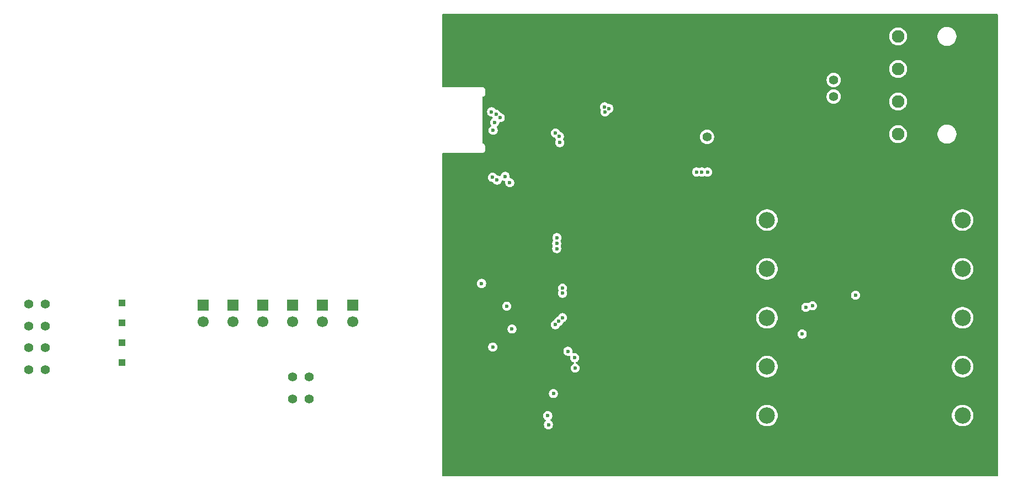
<source format=gbr>
G04 #@! TF.GenerationSoftware,KiCad,Pcbnew,9.0.1+1*
G04 #@! TF.CreationDate,2025-10-08T10:55:13+00:00*
G04 #@! TF.ProjectId,c64psu,63363470-7375-42e6-9b69-6361645f7063,rev?*
G04 #@! TF.SameCoordinates,Original*
G04 #@! TF.FileFunction,Copper,L2,Inr*
G04 #@! TF.FilePolarity,Positive*
%FSLAX46Y46*%
G04 Gerber Fmt 4.6, Leading zero omitted, Abs format (unit mm)*
G04 Created by KiCad (PCBNEW 9.0.1+1) date 2025-10-08 10:55:13*
%MOMM*%
%LPD*%
G01*
G04 APERTURE LIST*
G04 #@! TA.AperFunction,ComponentPad*
%ADD10C,2.500000*%
G04 #@! TD*
G04 #@! TA.AperFunction,ComponentPad*
%ADD11C,3.600000*%
G04 #@! TD*
G04 #@! TA.AperFunction,ComponentPad*
%ADD12R,1.700000X1.700000*%
G04 #@! TD*
G04 #@! TA.AperFunction,ComponentPad*
%ADD13C,1.700000*%
G04 #@! TD*
G04 #@! TA.AperFunction,ComponentPad*
%ADD14R,1.000000X1.000000*%
G04 #@! TD*
G04 #@! TA.AperFunction,ComponentPad*
%ADD15C,1.400000*%
G04 #@! TD*
G04 #@! TA.AperFunction,ComponentPad*
%ADD16O,1.550000X1.050000*%
G04 #@! TD*
G04 #@! TA.AperFunction,ComponentPad*
%ADD17O,1.950000X1.050000*%
G04 #@! TD*
G04 #@! TA.AperFunction,ComponentPad*
%ADD18C,1.950000*%
G04 #@! TD*
G04 #@! TA.AperFunction,ComponentPad*
%ADD19R,1.950000X1.950000*%
G04 #@! TD*
G04 #@! TA.AperFunction,ViaPad*
%ADD20C,0.600000*%
G04 #@! TD*
G04 APERTURE END LIST*
D10*
X183370000Y-69110000D03*
X183370000Y-76610000D03*
X183370000Y-84110000D03*
X183370000Y-91610000D03*
X183370000Y-99110000D03*
X213370000Y-69110000D03*
X213370000Y-76610000D03*
X213370000Y-84110000D03*
X213370000Y-91610000D03*
X213370000Y-99110000D03*
D11*
X190000000Y-42000000D03*
D12*
X101441600Y-82150800D03*
D13*
X101441600Y-84690800D03*
D14*
X84476600Y-84912800D03*
D12*
X110621600Y-82150800D03*
D13*
X110621600Y-84690800D03*
D15*
X70176600Y-85362800D03*
X72716600Y-85362800D03*
D14*
X84476600Y-81862800D03*
D12*
X96851600Y-82150800D03*
D13*
X96851600Y-84690800D03*
D15*
X70176600Y-88712800D03*
X72716600Y-88712800D03*
D16*
X138850000Y-48155000D03*
X138850000Y-59395000D03*
D17*
X134850000Y-48155000D03*
X134850000Y-59395000D03*
D11*
X140000000Y-105000000D03*
D15*
X110591600Y-96570800D03*
X113131600Y-96570800D03*
D12*
X106031600Y-82150800D03*
D13*
X106031600Y-84690800D03*
D15*
X70176600Y-82012800D03*
X72716600Y-82012800D03*
D14*
X84476600Y-87962800D03*
D15*
X174170300Y-56365150D03*
X176710300Y-56365150D03*
X110591600Y-93220800D03*
X113131600Y-93220800D03*
D18*
X215980000Y-50940000D03*
X215980000Y-45940000D03*
D19*
X205980000Y-43440000D03*
D18*
X205980000Y-48440000D03*
X205980000Y-53440000D03*
X203480000Y-45940000D03*
X203480000Y-50940000D03*
X203480000Y-40940000D03*
X203480000Y-55940000D03*
D12*
X115211600Y-82150800D03*
D13*
X115211600Y-84690800D03*
D15*
X70176600Y-92062800D03*
X72716600Y-92062800D03*
D14*
X84476600Y-91012800D03*
D12*
X119801600Y-82150800D03*
D13*
X119801600Y-84690800D03*
D15*
X193598800Y-50170399D03*
X193598800Y-47630399D03*
D11*
X140000000Y-42000000D03*
D20*
X177535865Y-48329416D03*
X147232327Y-61231221D03*
X147367023Y-63241024D03*
X151605000Y-95741000D03*
X154433265Y-59249852D03*
X141333500Y-50573950D03*
X146631130Y-48684508D03*
X151064199Y-76720200D03*
X140331850Y-57091395D03*
X148432067Y-48691598D03*
X177119813Y-54592482D03*
X138527300Y-61038750D03*
X150084899Y-74380500D03*
X151683800Y-86777400D03*
X154440694Y-57570786D03*
X189331600Y-81539200D03*
X145282548Y-58147437D03*
X177104954Y-53790096D03*
X177104954Y-51739555D03*
X149522200Y-98027000D03*
X198095437Y-55040963D03*
X138323400Y-93201000D03*
X147531100Y-49253150D03*
X138522300Y-62548750D03*
X144836226Y-57520465D03*
X141333500Y-49761150D03*
X177127243Y-52556800D03*
X140307085Y-50562617D03*
X143818100Y-57662976D03*
X149245400Y-94318600D03*
X166682700Y-52402750D03*
X146654600Y-97061800D03*
X154474999Y-58375000D03*
X138120200Y-88324200D03*
X160157760Y-58870423D03*
X138034789Y-89679611D03*
X146673671Y-49826047D03*
X141320600Y-87641000D03*
X169601100Y-57736750D03*
X141320600Y-92794600D03*
X153003299Y-80397700D03*
X146659800Y-98027000D03*
X145102500Y-59510000D03*
X167363100Y-53332350D03*
X177543295Y-44094603D03*
X144775000Y-88375000D03*
X197790637Y-40920237D03*
X147264200Y-94420200D03*
X140304600Y-88781400D03*
X144395672Y-58112274D03*
X140863400Y-74944200D03*
X146310724Y-63283560D03*
X177550724Y-46204580D03*
X140579500Y-58488140D03*
X146324903Y-61263122D03*
X160074001Y-50619797D03*
X148417887Y-49804776D03*
X162094824Y-50679232D03*
X146287500Y-64656750D03*
X177550724Y-50424534D03*
X165971500Y-52605950D03*
X140503893Y-90994456D03*
X161094700Y-50724549D03*
X192043900Y-84531200D03*
X143228200Y-85733400D03*
X171750508Y-52544481D03*
X177543295Y-45454201D03*
X146652601Y-98992200D03*
X153026099Y-81362900D03*
X190347600Y-81308000D03*
X141066600Y-93658200D03*
X139542600Y-93743611D03*
X140569594Y-57765003D03*
X161150000Y-58875000D03*
X138323400Y-74944200D03*
X171559500Y-56722749D03*
X149522200Y-97061800D03*
X162175539Y-58862446D03*
X171770320Y-51742096D03*
X177528436Y-43284788D03*
X167292300Y-52758350D03*
X150214499Y-80397700D03*
X177528436Y-47541890D03*
X166530300Y-53113950D03*
X166174700Y-51894750D03*
X138276507Y-91241944D03*
X142133400Y-74944200D03*
X177550724Y-49607290D03*
X152116899Y-74403300D03*
X150120848Y-89122200D03*
X169631099Y-56669949D03*
X140498762Y-49899690D03*
X198808100Y-82057200D03*
X151125000Y-72700000D03*
X190347600Y-82268000D03*
X174250000Y-61750000D03*
X151156092Y-71816415D03*
X189331600Y-82499200D03*
X173375000Y-61750000D03*
X172575000Y-61750000D03*
X151125000Y-73500000D03*
X152014000Y-84082400D03*
X150617000Y-95741000D03*
X152014198Y-79550000D03*
X149855000Y-100516200D03*
X151429800Y-84666600D03*
X196951600Y-80646000D03*
X149753400Y-99144600D03*
X141320600Y-88601000D03*
X152014198Y-80340000D03*
X150921800Y-85174600D03*
X144260200Y-85835000D03*
X141607500Y-54138750D03*
X141972586Y-62987169D03*
X141822754Y-52912510D03*
X143924300Y-63375550D03*
X142458534Y-53398090D03*
X141127500Y-52516750D03*
X143213100Y-62421750D03*
X141367500Y-55349750D03*
X141289958Y-62570008D03*
X139593400Y-78844200D03*
X143454200Y-82329800D03*
X151540302Y-56263550D03*
X159130000Y-52010000D03*
X158535728Y-52532220D03*
X158460000Y-51740000D03*
X151595100Y-57228750D03*
X150934700Y-55755550D03*
X153870000Y-90250000D03*
X152840000Y-89250000D03*
X153960000Y-91830000D03*
X188772800Y-86614000D03*
G04 #@! TA.AperFunction,Conductor*
G36*
X218650289Y-37483801D02*
G01*
X218717323Y-37503505D01*
X218763062Y-37556322D01*
X218774253Y-37607757D01*
X218799356Y-108325911D01*
X218779695Y-108392957D01*
X218726907Y-108438731D01*
X218675320Y-108449955D01*
X133674265Y-108425289D01*
X133607231Y-108405585D01*
X133561492Y-108352768D01*
X133550301Y-108301352D01*
X133545798Y-99213595D01*
X149052899Y-99213595D01*
X149079818Y-99348922D01*
X149079821Y-99348932D01*
X149132621Y-99476404D01*
X149132628Y-99476417D01*
X149209285Y-99591141D01*
X149209288Y-99591145D01*
X149306857Y-99688714D01*
X149415402Y-99761241D01*
X149460207Y-99814853D01*
X149468914Y-99884178D01*
X149438760Y-99947205D01*
X149415407Y-99967442D01*
X149408458Y-99972085D01*
X149408454Y-99972088D01*
X149310888Y-100069654D01*
X149310885Y-100069658D01*
X149234228Y-100184382D01*
X149234221Y-100184395D01*
X149181421Y-100311867D01*
X149181418Y-100311877D01*
X149154500Y-100447204D01*
X149154500Y-100447207D01*
X149154500Y-100585193D01*
X149154500Y-100585195D01*
X149154499Y-100585195D01*
X149181418Y-100720522D01*
X149181421Y-100720532D01*
X149234221Y-100848004D01*
X149234228Y-100848017D01*
X149310885Y-100962741D01*
X149310888Y-100962745D01*
X149408454Y-101060311D01*
X149408458Y-101060314D01*
X149523182Y-101136971D01*
X149523195Y-101136978D01*
X149650667Y-101189778D01*
X149650672Y-101189780D01*
X149650676Y-101189780D01*
X149650677Y-101189781D01*
X149786004Y-101216700D01*
X149786007Y-101216700D01*
X149923995Y-101216700D01*
X150015041Y-101198589D01*
X150059328Y-101189780D01*
X150186811Y-101136975D01*
X150301542Y-101060314D01*
X150399114Y-100962742D01*
X150475775Y-100848011D01*
X150528580Y-100720528D01*
X150555500Y-100585193D01*
X150555500Y-100447207D01*
X150555500Y-100447204D01*
X150528581Y-100311877D01*
X150528580Y-100311876D01*
X150528580Y-100311872D01*
X150476123Y-100185229D01*
X150475778Y-100184395D01*
X150475771Y-100184382D01*
X150399114Y-100069658D01*
X150399111Y-100069654D01*
X150301545Y-99972088D01*
X150301541Y-99972085D01*
X150192997Y-99899558D01*
X150148192Y-99845946D01*
X150139485Y-99776621D01*
X150169639Y-99713593D01*
X150192996Y-99693355D01*
X150199942Y-99688714D01*
X150297514Y-99591142D01*
X150374175Y-99476411D01*
X150426980Y-99348928D01*
X150453900Y-99213593D01*
X150453900Y-99075607D01*
X150453900Y-99075604D01*
X150438746Y-98999423D01*
X150438746Y-98999422D01*
X150434902Y-98980097D01*
X181719500Y-98980097D01*
X181719500Y-99239902D01*
X181760140Y-99496493D01*
X181840422Y-99743576D01*
X181892583Y-99845946D01*
X181958366Y-99975051D01*
X182111069Y-100185229D01*
X182294771Y-100368931D01*
X182504949Y-100521634D01*
X182629690Y-100585193D01*
X182736423Y-100639577D01*
X182736425Y-100639577D01*
X182736428Y-100639579D01*
X182983507Y-100719860D01*
X183115706Y-100740797D01*
X183240098Y-100760500D01*
X183240103Y-100760500D01*
X183499902Y-100760500D01*
X183613298Y-100742539D01*
X183756493Y-100719860D01*
X184003572Y-100639579D01*
X184235051Y-100521634D01*
X184445229Y-100368931D01*
X184628931Y-100185229D01*
X184781634Y-99975051D01*
X184899579Y-99743572D01*
X184979860Y-99496493D01*
X185003232Y-99348928D01*
X185020500Y-99239902D01*
X185020500Y-98980097D01*
X211719500Y-98980097D01*
X211719500Y-99239902D01*
X211760140Y-99496493D01*
X211840422Y-99743576D01*
X211892583Y-99845946D01*
X211958366Y-99975051D01*
X212111069Y-100185229D01*
X212294771Y-100368931D01*
X212504949Y-100521634D01*
X212629690Y-100585193D01*
X212736423Y-100639577D01*
X212736425Y-100639577D01*
X212736428Y-100639579D01*
X212983507Y-100719860D01*
X213115706Y-100740797D01*
X213240098Y-100760500D01*
X213240103Y-100760500D01*
X213499902Y-100760500D01*
X213613298Y-100742539D01*
X213756493Y-100719860D01*
X214003572Y-100639579D01*
X214235051Y-100521634D01*
X214445229Y-100368931D01*
X214628931Y-100185229D01*
X214781634Y-99975051D01*
X214899579Y-99743572D01*
X214979860Y-99496493D01*
X215003232Y-99348928D01*
X215020500Y-99239902D01*
X215020500Y-98980097D01*
X214998947Y-98844021D01*
X214979860Y-98723507D01*
X214899579Y-98476428D01*
X214899577Y-98476425D01*
X214899577Y-98476423D01*
X214856787Y-98392445D01*
X214781634Y-98244949D01*
X214628931Y-98034771D01*
X214445229Y-97851069D01*
X214235051Y-97698366D01*
X214128749Y-97644202D01*
X214003576Y-97580422D01*
X213756493Y-97500140D01*
X213499902Y-97459500D01*
X213499897Y-97459500D01*
X213240103Y-97459500D01*
X213240098Y-97459500D01*
X212983506Y-97500140D01*
X212736423Y-97580422D01*
X212504945Y-97698368D01*
X212294774Y-97851066D01*
X212294768Y-97851071D01*
X212111071Y-98034768D01*
X212111066Y-98034774D01*
X211958368Y-98244945D01*
X211840422Y-98476423D01*
X211760140Y-98723506D01*
X211719500Y-98980097D01*
X185020500Y-98980097D01*
X184998947Y-98844021D01*
X184979860Y-98723507D01*
X184899579Y-98476428D01*
X184899577Y-98476425D01*
X184899577Y-98476423D01*
X184856787Y-98392445D01*
X184781634Y-98244949D01*
X184628931Y-98034771D01*
X184445229Y-97851069D01*
X184235051Y-97698366D01*
X184128749Y-97644202D01*
X184003576Y-97580422D01*
X183756493Y-97500140D01*
X183499902Y-97459500D01*
X183499897Y-97459500D01*
X183240103Y-97459500D01*
X183240098Y-97459500D01*
X182983506Y-97500140D01*
X182736423Y-97580422D01*
X182504945Y-97698368D01*
X182294774Y-97851066D01*
X182294768Y-97851071D01*
X182111071Y-98034768D01*
X182111066Y-98034774D01*
X181958368Y-98244945D01*
X181840422Y-98476423D01*
X181760140Y-98723506D01*
X181719500Y-98980097D01*
X150434902Y-98980097D01*
X150426981Y-98940279D01*
X150426981Y-98940277D01*
X150426980Y-98940272D01*
X150426978Y-98940267D01*
X150374178Y-98812795D01*
X150374171Y-98812782D01*
X150297514Y-98698058D01*
X150297511Y-98698054D01*
X150199945Y-98600488D01*
X150199941Y-98600485D01*
X150085217Y-98523828D01*
X150085204Y-98523821D01*
X149957732Y-98471021D01*
X149957722Y-98471018D01*
X149822395Y-98444100D01*
X149822393Y-98444100D01*
X149684407Y-98444100D01*
X149684405Y-98444100D01*
X149549077Y-98471018D01*
X149549067Y-98471021D01*
X149421595Y-98523821D01*
X149421582Y-98523828D01*
X149306858Y-98600485D01*
X149306854Y-98600488D01*
X149209288Y-98698054D01*
X149209285Y-98698058D01*
X149132628Y-98812782D01*
X149132621Y-98812795D01*
X149079821Y-98940267D01*
X149079818Y-98940277D01*
X149052900Y-99075604D01*
X149052900Y-99075607D01*
X149052900Y-99213593D01*
X149052900Y-99213595D01*
X149052899Y-99213595D01*
X133545798Y-99213595D01*
X133544112Y-95809995D01*
X149916499Y-95809995D01*
X149943418Y-95945322D01*
X149943421Y-95945332D01*
X149996221Y-96072804D01*
X149996228Y-96072817D01*
X150072885Y-96187541D01*
X150072888Y-96187545D01*
X150170454Y-96285111D01*
X150170458Y-96285114D01*
X150285182Y-96361771D01*
X150285195Y-96361778D01*
X150412667Y-96414578D01*
X150412672Y-96414580D01*
X150412676Y-96414580D01*
X150412677Y-96414581D01*
X150548004Y-96441500D01*
X150548007Y-96441500D01*
X150685995Y-96441500D01*
X150777041Y-96423389D01*
X150821328Y-96414580D01*
X150948811Y-96361775D01*
X151063542Y-96285114D01*
X151161114Y-96187542D01*
X151237775Y-96072811D01*
X151290580Y-95945328D01*
X151317500Y-95809993D01*
X151317500Y-95672007D01*
X151317500Y-95672004D01*
X151290581Y-95536677D01*
X151290580Y-95536676D01*
X151290580Y-95536672D01*
X151263088Y-95470300D01*
X151237778Y-95409195D01*
X151237771Y-95409182D01*
X151161114Y-95294458D01*
X151161111Y-95294454D01*
X151063545Y-95196888D01*
X151063541Y-95196885D01*
X150948817Y-95120228D01*
X150948804Y-95120221D01*
X150821332Y-95067421D01*
X150821322Y-95067418D01*
X150685995Y-95040500D01*
X150685993Y-95040500D01*
X150548007Y-95040500D01*
X150548005Y-95040500D01*
X150412677Y-95067418D01*
X150412667Y-95067421D01*
X150285195Y-95120221D01*
X150285182Y-95120228D01*
X150170458Y-95196885D01*
X150170454Y-95196888D01*
X150072888Y-95294454D01*
X150072885Y-95294458D01*
X149996228Y-95409182D01*
X149996221Y-95409195D01*
X149943421Y-95536667D01*
X149943418Y-95536677D01*
X149916500Y-95672004D01*
X149916500Y-95672007D01*
X149916500Y-95809993D01*
X149916500Y-95809995D01*
X149916499Y-95809995D01*
X133544112Y-95809995D01*
X133540896Y-89318995D01*
X152139499Y-89318995D01*
X152166418Y-89454322D01*
X152166421Y-89454332D01*
X152219221Y-89581804D01*
X152219228Y-89581817D01*
X152295885Y-89696541D01*
X152295888Y-89696545D01*
X152393454Y-89794111D01*
X152393458Y-89794114D01*
X152508182Y-89870771D01*
X152508195Y-89870778D01*
X152622640Y-89918182D01*
X152635672Y-89923580D01*
X152635676Y-89923580D01*
X152635677Y-89923581D01*
X152771004Y-89950500D01*
X152771007Y-89950500D01*
X152908995Y-89950500D01*
X153045957Y-89923256D01*
X153115549Y-89929483D01*
X153170726Y-89972346D01*
X153193971Y-90038235D01*
X153191766Y-90069064D01*
X153169500Y-90181002D01*
X153169500Y-90181007D01*
X153169500Y-90318993D01*
X153169500Y-90318995D01*
X153169499Y-90318995D01*
X153196418Y-90454322D01*
X153196421Y-90454332D01*
X153249221Y-90581804D01*
X153249228Y-90581817D01*
X153325885Y-90696541D01*
X153325888Y-90696545D01*
X153423454Y-90794111D01*
X153423458Y-90794114D01*
X153538182Y-90870771D01*
X153538195Y-90870778D01*
X153665667Y-90923578D01*
X153665672Y-90923580D01*
X153705314Y-90931465D01*
X153767223Y-90963849D01*
X153801798Y-91024564D01*
X153798059Y-91094333D01*
X153757194Y-91151006D01*
X153728575Y-91167643D01*
X153628192Y-91209223D01*
X153628182Y-91209228D01*
X153513458Y-91285885D01*
X153513454Y-91285888D01*
X153415888Y-91383454D01*
X153415885Y-91383458D01*
X153339228Y-91498182D01*
X153339221Y-91498195D01*
X153286421Y-91625667D01*
X153286418Y-91625677D01*
X153259500Y-91761004D01*
X153259500Y-91761007D01*
X153259500Y-91898993D01*
X153259500Y-91898995D01*
X153259499Y-91898995D01*
X153286418Y-92034322D01*
X153286421Y-92034332D01*
X153339221Y-92161804D01*
X153339228Y-92161817D01*
X153415885Y-92276541D01*
X153415888Y-92276545D01*
X153513454Y-92374111D01*
X153513458Y-92374114D01*
X153628182Y-92450771D01*
X153628195Y-92450778D01*
X153711407Y-92485245D01*
X153755672Y-92503580D01*
X153755676Y-92503580D01*
X153755677Y-92503581D01*
X153891004Y-92530500D01*
X153891007Y-92530500D01*
X154028995Y-92530500D01*
X154120041Y-92512389D01*
X154164328Y-92503580D01*
X154291811Y-92450775D01*
X154406542Y-92374114D01*
X154504114Y-92276542D01*
X154580775Y-92161811D01*
X154633580Y-92034328D01*
X154657654Y-91913300D01*
X154660500Y-91898995D01*
X154660500Y-91761004D01*
X154633581Y-91625677D01*
X154633580Y-91625676D01*
X154633580Y-91625672D01*
X154580775Y-91498189D01*
X154580773Y-91498186D01*
X154580771Y-91498182D01*
X154568687Y-91480097D01*
X181719500Y-91480097D01*
X181719500Y-91739902D01*
X181760140Y-91996493D01*
X181840422Y-92243576D01*
X181879618Y-92320501D01*
X181945998Y-92450778D01*
X181958368Y-92475054D01*
X181998652Y-92530500D01*
X182111069Y-92685229D01*
X182294771Y-92868931D01*
X182504949Y-93021634D01*
X182652445Y-93096787D01*
X182736423Y-93139577D01*
X182736425Y-93139577D01*
X182736428Y-93139579D01*
X182983507Y-93219860D01*
X183115706Y-93240797D01*
X183240098Y-93260500D01*
X183240103Y-93260500D01*
X183499902Y-93260500D01*
X183613298Y-93242539D01*
X183756493Y-93219860D01*
X184003572Y-93139579D01*
X184235051Y-93021634D01*
X184445229Y-92868931D01*
X184628931Y-92685229D01*
X184781634Y-92475051D01*
X184899579Y-92243572D01*
X184979860Y-91996493D01*
X185004511Y-91840850D01*
X185020500Y-91739902D01*
X185020500Y-91480097D01*
X211719500Y-91480097D01*
X211719500Y-91739902D01*
X211760140Y-91996493D01*
X211840422Y-92243576D01*
X211879618Y-92320501D01*
X211945998Y-92450778D01*
X211958368Y-92475054D01*
X211998652Y-92530500D01*
X212111069Y-92685229D01*
X212294771Y-92868931D01*
X212504949Y-93021634D01*
X212652445Y-93096787D01*
X212736423Y-93139577D01*
X212736425Y-93139577D01*
X212736428Y-93139579D01*
X212983507Y-93219860D01*
X213115706Y-93240797D01*
X213240098Y-93260500D01*
X213240103Y-93260500D01*
X213499902Y-93260500D01*
X213613298Y-93242539D01*
X213756493Y-93219860D01*
X214003572Y-93139579D01*
X214235051Y-93021634D01*
X214445229Y-92868931D01*
X214628931Y-92685229D01*
X214781634Y-92475051D01*
X214899579Y-92243572D01*
X214979860Y-91996493D01*
X215004511Y-91840850D01*
X215020500Y-91739902D01*
X215020500Y-91480097D01*
X214989740Y-91285888D01*
X214979860Y-91223507D01*
X214899579Y-90976428D01*
X214899577Y-90976425D01*
X214899577Y-90976423D01*
X214845744Y-90870771D01*
X214781634Y-90744949D01*
X214628931Y-90534771D01*
X214445229Y-90351069D01*
X214235051Y-90198366D01*
X214162764Y-90161534D01*
X214003576Y-90080422D01*
X213756493Y-90000140D01*
X213499902Y-89959500D01*
X213499897Y-89959500D01*
X213240103Y-89959500D01*
X213240098Y-89959500D01*
X212983506Y-90000140D01*
X212736423Y-90080422D01*
X212504945Y-90198368D01*
X212294774Y-90351066D01*
X212294768Y-90351071D01*
X212111071Y-90534768D01*
X212111066Y-90534774D01*
X211958368Y-90744945D01*
X211840422Y-90976423D01*
X211760140Y-91223506D01*
X211719500Y-91480097D01*
X185020500Y-91480097D01*
X184989740Y-91285888D01*
X184979860Y-91223507D01*
X184899579Y-90976428D01*
X184899577Y-90976425D01*
X184899577Y-90976423D01*
X184845744Y-90870771D01*
X184781634Y-90744949D01*
X184628931Y-90534771D01*
X184445229Y-90351069D01*
X184235051Y-90198366D01*
X184162764Y-90161534D01*
X184003576Y-90080422D01*
X183756493Y-90000140D01*
X183499902Y-89959500D01*
X183499897Y-89959500D01*
X183240103Y-89959500D01*
X183240098Y-89959500D01*
X182983506Y-90000140D01*
X182736423Y-90080422D01*
X182504945Y-90198368D01*
X182294774Y-90351066D01*
X182294768Y-90351071D01*
X182111071Y-90534768D01*
X182111066Y-90534774D01*
X181958368Y-90744945D01*
X181840422Y-90976423D01*
X181760140Y-91223506D01*
X181719500Y-91480097D01*
X154568687Y-91480097D01*
X154504114Y-91383458D01*
X154504111Y-91383454D01*
X154406545Y-91285888D01*
X154406541Y-91285885D01*
X154291817Y-91209228D01*
X154291804Y-91209221D01*
X154164332Y-91156421D01*
X154164322Y-91156418D01*
X154124685Y-91148534D01*
X154062774Y-91116149D01*
X154028200Y-91055433D01*
X154031940Y-90985664D01*
X154072807Y-90928992D01*
X154101425Y-90912356D01*
X154201804Y-90870778D01*
X154201804Y-90870777D01*
X154201811Y-90870775D01*
X154316542Y-90794114D01*
X154414114Y-90696542D01*
X154490775Y-90581811D01*
X154543580Y-90454328D01*
X154556874Y-90387496D01*
X154570500Y-90318995D01*
X154570500Y-90181004D01*
X154543581Y-90045677D01*
X154543580Y-90045676D01*
X154543580Y-90045672D01*
X154524720Y-90000140D01*
X154490778Y-89918195D01*
X154490771Y-89918182D01*
X154414114Y-89803458D01*
X154414111Y-89803454D01*
X154316545Y-89705888D01*
X154316541Y-89705885D01*
X154201817Y-89629228D01*
X154201804Y-89629221D01*
X154074332Y-89576421D01*
X154074322Y-89576418D01*
X153938995Y-89549500D01*
X153938993Y-89549500D01*
X153801007Y-89549500D01*
X153801002Y-89549500D01*
X153664041Y-89576743D01*
X153594449Y-89570516D01*
X153539272Y-89527652D01*
X153516028Y-89461763D01*
X153518233Y-89430934D01*
X153540500Y-89318995D01*
X153540500Y-89181004D01*
X153513581Y-89045677D01*
X153513580Y-89045676D01*
X153513580Y-89045672D01*
X153513578Y-89045667D01*
X153460778Y-88918195D01*
X153460771Y-88918182D01*
X153384114Y-88803458D01*
X153384111Y-88803454D01*
X153286545Y-88705888D01*
X153286541Y-88705885D01*
X153171817Y-88629228D01*
X153171804Y-88629221D01*
X153044332Y-88576421D01*
X153044322Y-88576418D01*
X152908995Y-88549500D01*
X152908993Y-88549500D01*
X152771007Y-88549500D01*
X152771005Y-88549500D01*
X152635677Y-88576418D01*
X152635667Y-88576421D01*
X152508195Y-88629221D01*
X152508182Y-88629228D01*
X152393458Y-88705885D01*
X152393454Y-88705888D01*
X152295888Y-88803454D01*
X152295885Y-88803458D01*
X152219228Y-88918182D01*
X152219221Y-88918195D01*
X152166421Y-89045667D01*
X152166418Y-89045677D01*
X152139500Y-89181004D01*
X152139500Y-89181007D01*
X152139500Y-89318993D01*
X152139500Y-89318995D01*
X152139499Y-89318995D01*
X133540896Y-89318995D01*
X133540574Y-88669995D01*
X140620099Y-88669995D01*
X140647018Y-88805322D01*
X140647021Y-88805332D01*
X140699821Y-88932804D01*
X140699828Y-88932817D01*
X140776485Y-89047541D01*
X140776488Y-89047545D01*
X140874054Y-89145111D01*
X140874058Y-89145114D01*
X140988782Y-89221771D01*
X140988795Y-89221778D01*
X141116267Y-89274578D01*
X141116272Y-89274580D01*
X141116276Y-89274580D01*
X141116277Y-89274581D01*
X141251604Y-89301500D01*
X141251607Y-89301500D01*
X141389595Y-89301500D01*
X141480641Y-89283389D01*
X141524928Y-89274580D01*
X141652411Y-89221775D01*
X141767142Y-89145114D01*
X141777011Y-89135245D01*
X141825023Y-89087234D01*
X141864711Y-89047545D01*
X141864714Y-89047542D01*
X141941375Y-88932811D01*
X141994180Y-88805328D01*
X142013960Y-88705888D01*
X142021100Y-88669995D01*
X142021100Y-88532004D01*
X141994181Y-88396677D01*
X141994180Y-88396676D01*
X141994180Y-88396672D01*
X141994178Y-88396667D01*
X141941378Y-88269195D01*
X141941371Y-88269182D01*
X141864714Y-88154458D01*
X141864711Y-88154454D01*
X141767145Y-88056888D01*
X141767141Y-88056885D01*
X141652417Y-87980228D01*
X141652404Y-87980221D01*
X141524932Y-87927421D01*
X141524922Y-87927418D01*
X141389595Y-87900500D01*
X141389593Y-87900500D01*
X141251607Y-87900500D01*
X141251605Y-87900500D01*
X141116277Y-87927418D01*
X141116267Y-87927421D01*
X140988795Y-87980221D01*
X140988782Y-87980228D01*
X140874058Y-88056885D01*
X140874054Y-88056888D01*
X140776488Y-88154454D01*
X140776485Y-88154458D01*
X140699828Y-88269182D01*
X140699821Y-88269195D01*
X140647021Y-88396667D01*
X140647018Y-88396677D01*
X140620100Y-88532004D01*
X140620100Y-88532007D01*
X140620100Y-88669993D01*
X140620100Y-88669995D01*
X140620099Y-88669995D01*
X133540574Y-88669995D01*
X133539589Y-86682995D01*
X188072299Y-86682995D01*
X188099218Y-86818322D01*
X188099221Y-86818332D01*
X188152021Y-86945804D01*
X188152028Y-86945817D01*
X188228685Y-87060541D01*
X188228688Y-87060545D01*
X188326254Y-87158111D01*
X188326258Y-87158114D01*
X188440982Y-87234771D01*
X188440995Y-87234778D01*
X188568467Y-87287578D01*
X188568472Y-87287580D01*
X188568476Y-87287580D01*
X188568477Y-87287581D01*
X188703804Y-87314500D01*
X188703807Y-87314500D01*
X188841795Y-87314500D01*
X188932841Y-87296389D01*
X188977128Y-87287580D01*
X189104611Y-87234775D01*
X189219342Y-87158114D01*
X189316914Y-87060542D01*
X189393575Y-86945811D01*
X189446380Y-86818328D01*
X189473300Y-86682993D01*
X189473300Y-86545007D01*
X189473300Y-86545004D01*
X189446381Y-86409677D01*
X189446380Y-86409676D01*
X189446380Y-86409672D01*
X189402623Y-86304032D01*
X189393578Y-86282195D01*
X189393571Y-86282182D01*
X189316914Y-86167458D01*
X189316911Y-86167454D01*
X189219345Y-86069888D01*
X189219341Y-86069885D01*
X189104617Y-85993228D01*
X189104604Y-85993221D01*
X188977132Y-85940421D01*
X188977122Y-85940418D01*
X188841795Y-85913500D01*
X188841793Y-85913500D01*
X188703807Y-85913500D01*
X188703805Y-85913500D01*
X188568477Y-85940418D01*
X188568467Y-85940421D01*
X188440995Y-85993221D01*
X188440982Y-85993228D01*
X188326258Y-86069885D01*
X188326254Y-86069888D01*
X188228688Y-86167454D01*
X188228685Y-86167458D01*
X188152028Y-86282182D01*
X188152021Y-86282195D01*
X188099221Y-86409667D01*
X188099218Y-86409677D01*
X188072300Y-86545004D01*
X188072300Y-86545007D01*
X188072300Y-86682993D01*
X188072300Y-86682995D01*
X188072299Y-86682995D01*
X133539589Y-86682995D01*
X133539203Y-85903995D01*
X143559699Y-85903995D01*
X143586618Y-86039322D01*
X143586621Y-86039332D01*
X143639421Y-86166804D01*
X143639428Y-86166817D01*
X143716085Y-86281541D01*
X143716088Y-86281545D01*
X143813654Y-86379111D01*
X143813658Y-86379114D01*
X143928382Y-86455771D01*
X143928395Y-86455778D01*
X144055867Y-86508578D01*
X144055872Y-86508580D01*
X144055876Y-86508580D01*
X144055877Y-86508581D01*
X144191204Y-86535500D01*
X144191207Y-86535500D01*
X144329195Y-86535500D01*
X144420241Y-86517389D01*
X144464528Y-86508580D01*
X144592011Y-86455775D01*
X144592017Y-86455771D01*
X144621887Y-86435813D01*
X144661016Y-86409667D01*
X144706742Y-86379114D01*
X144804314Y-86281542D01*
X144880975Y-86166811D01*
X144933780Y-86039328D01*
X144960700Y-85903993D01*
X144960700Y-85766007D01*
X144960700Y-85766004D01*
X144933781Y-85630677D01*
X144933780Y-85630676D01*
X144933780Y-85630672D01*
X144929567Y-85620501D01*
X144880978Y-85503195D01*
X144880971Y-85503182D01*
X144804314Y-85388458D01*
X144804311Y-85388454D01*
X144706745Y-85290888D01*
X144706741Y-85290885D01*
X144635967Y-85243595D01*
X150221299Y-85243595D01*
X150248218Y-85378922D01*
X150248221Y-85378932D01*
X150301021Y-85506404D01*
X150301028Y-85506417D01*
X150377685Y-85621141D01*
X150377688Y-85621145D01*
X150475254Y-85718711D01*
X150475258Y-85718714D01*
X150589982Y-85795371D01*
X150589995Y-85795378D01*
X150717467Y-85848178D01*
X150717472Y-85848180D01*
X150717476Y-85848180D01*
X150717477Y-85848181D01*
X150852804Y-85875100D01*
X150852807Y-85875100D01*
X150990795Y-85875100D01*
X151081841Y-85856989D01*
X151126128Y-85848180D01*
X151253611Y-85795375D01*
X151368342Y-85718714D01*
X151465914Y-85621142D01*
X151542575Y-85506411D01*
X151542576Y-85506408D01*
X151542578Y-85506405D01*
X151587073Y-85398982D01*
X151630913Y-85344578D01*
X151654179Y-85331874D01*
X151700537Y-85312672D01*
X151761605Y-85287378D01*
X151761608Y-85287376D01*
X151761611Y-85287375D01*
X151876342Y-85210714D01*
X151973914Y-85113142D01*
X152050575Y-84998411D01*
X152103380Y-84870928D01*
X152106286Y-84856314D01*
X152138669Y-84794404D01*
X152199384Y-84759828D01*
X152203689Y-84758891D01*
X152218328Y-84755980D01*
X152345811Y-84703175D01*
X152460542Y-84626514D01*
X152558114Y-84528942D01*
X152634775Y-84414211D01*
X152687580Y-84286728D01*
X152714500Y-84151393D01*
X152714500Y-84013407D01*
X152714500Y-84013404D01*
X152714499Y-84013402D01*
X152711719Y-83999422D01*
X152707875Y-83980097D01*
X181719500Y-83980097D01*
X181719500Y-84239902D01*
X181760140Y-84496493D01*
X181840422Y-84743576D01*
X181897867Y-84856316D01*
X181955928Y-84970267D01*
X181958368Y-84975054D01*
X182100604Y-85170825D01*
X182111069Y-85185229D01*
X182294771Y-85368931D01*
X182504949Y-85521634D01*
X182652445Y-85596787D01*
X182736423Y-85639577D01*
X182736425Y-85639577D01*
X182736428Y-85639579D01*
X182983507Y-85719860D01*
X183115706Y-85740797D01*
X183240098Y-85760500D01*
X183240103Y-85760500D01*
X183499902Y-85760500D01*
X183613298Y-85742539D01*
X183756493Y-85719860D01*
X184003572Y-85639579D01*
X184235051Y-85521634D01*
X184445229Y-85368931D01*
X184628931Y-85185229D01*
X184781634Y-84975051D01*
X184899579Y-84743572D01*
X184979860Y-84496493D01*
X185004182Y-84342927D01*
X185020500Y-84239902D01*
X185020500Y-83980097D01*
X211719500Y-83980097D01*
X211719500Y-84239902D01*
X211760140Y-84496493D01*
X211840422Y-84743576D01*
X211897867Y-84856316D01*
X211955928Y-84970267D01*
X211958368Y-84975054D01*
X212100604Y-85170825D01*
X212111069Y-85185229D01*
X212294771Y-85368931D01*
X212504949Y-85521634D01*
X212652445Y-85596787D01*
X212736423Y-85639577D01*
X212736425Y-85639577D01*
X212736428Y-85639579D01*
X212983507Y-85719860D01*
X213115706Y-85740797D01*
X213240098Y-85760500D01*
X213240103Y-85760500D01*
X213499902Y-85760500D01*
X213613298Y-85742539D01*
X213756493Y-85719860D01*
X214003572Y-85639579D01*
X214235051Y-85521634D01*
X214445229Y-85368931D01*
X214628931Y-85185229D01*
X214781634Y-84975051D01*
X214899579Y-84743572D01*
X214979860Y-84496493D01*
X215004182Y-84342927D01*
X215020500Y-84239902D01*
X215020500Y-83980097D01*
X214984148Y-83750582D01*
X214979860Y-83723507D01*
X214899579Y-83476428D01*
X214899577Y-83476425D01*
X214899577Y-83476423D01*
X214851414Y-83381900D01*
X214781634Y-83244949D01*
X214628931Y-83034771D01*
X214445229Y-82851069D01*
X214417630Y-82831017D01*
X214235054Y-82698368D01*
X214235053Y-82698367D01*
X214235051Y-82698366D01*
X214162764Y-82661534D01*
X214003576Y-82580422D01*
X213756493Y-82500140D01*
X213499902Y-82459500D01*
X213499897Y-82459500D01*
X213240103Y-82459500D01*
X213240098Y-82459500D01*
X212983506Y-82500140D01*
X212736423Y-82580422D01*
X212504945Y-82698368D01*
X212294774Y-82851066D01*
X212294768Y-82851071D01*
X212111071Y-83034768D01*
X212111066Y-83034774D01*
X211958368Y-83244945D01*
X211840422Y-83476423D01*
X211760140Y-83723506D01*
X211719500Y-83980097D01*
X185020500Y-83980097D01*
X184984148Y-83750582D01*
X184979860Y-83723507D01*
X184899579Y-83476428D01*
X184899577Y-83476425D01*
X184899577Y-83476423D01*
X184851414Y-83381900D01*
X184781634Y-83244949D01*
X184628931Y-83034771D01*
X184445229Y-82851069D01*
X184417630Y-82831017D01*
X184235054Y-82698368D01*
X184235053Y-82698367D01*
X184235051Y-82698366D01*
X184162764Y-82661534D01*
X184003576Y-82580422D01*
X183965945Y-82568195D01*
X188631099Y-82568195D01*
X188658018Y-82703522D01*
X188658021Y-82703532D01*
X188710821Y-82831004D01*
X188710828Y-82831017D01*
X188787485Y-82945741D01*
X188787488Y-82945745D01*
X188885054Y-83043311D01*
X188885058Y-83043314D01*
X188999782Y-83119971D01*
X188999795Y-83119978D01*
X189127267Y-83172778D01*
X189127272Y-83172780D01*
X189127276Y-83172780D01*
X189127277Y-83172781D01*
X189262604Y-83199700D01*
X189262607Y-83199700D01*
X189400595Y-83199700D01*
X189491641Y-83181589D01*
X189535928Y-83172780D01*
X189663411Y-83119975D01*
X189778142Y-83043314D01*
X189875714Y-82945742D01*
X189879353Y-82940294D01*
X189932962Y-82895490D01*
X190002286Y-82886780D01*
X190029903Y-82894621D01*
X190143272Y-82941580D01*
X190143276Y-82941580D01*
X190143277Y-82941581D01*
X190278604Y-82968500D01*
X190278607Y-82968500D01*
X190416595Y-82968500D01*
X190531009Y-82945741D01*
X190551928Y-82941580D01*
X190650524Y-82900740D01*
X190679404Y-82888778D01*
X190679404Y-82888777D01*
X190679411Y-82888775D01*
X190794142Y-82812114D01*
X190891714Y-82714542D01*
X190968375Y-82599811D01*
X190972610Y-82589588D01*
X191021178Y-82472332D01*
X191021180Y-82472328D01*
X191048100Y-82336993D01*
X191048100Y-82199007D01*
X191048100Y-82199004D01*
X191021181Y-82063677D01*
X191021180Y-82063676D01*
X191021180Y-82063672D01*
X190993976Y-81997995D01*
X190968378Y-81936195D01*
X190968371Y-81936182D01*
X190891714Y-81821458D01*
X190891711Y-81821454D01*
X190794145Y-81723888D01*
X190794141Y-81723885D01*
X190679417Y-81647228D01*
X190679404Y-81647221D01*
X190551932Y-81594421D01*
X190551922Y-81594418D01*
X190416595Y-81567500D01*
X190416593Y-81567500D01*
X190278607Y-81567500D01*
X190278605Y-81567500D01*
X190143277Y-81594418D01*
X190143267Y-81594421D01*
X190015795Y-81647221D01*
X190015782Y-81647228D01*
X189901058Y-81723885D01*
X189901054Y-81723888D01*
X189803492Y-81821451D01*
X189803484Y-81821459D01*
X189799839Y-81826915D01*
X189746222Y-81871716D01*
X189676896Y-81880416D01*
X189649290Y-81872576D01*
X189535928Y-81825620D01*
X189535922Y-81825618D01*
X189400595Y-81798700D01*
X189400593Y-81798700D01*
X189262607Y-81798700D01*
X189262605Y-81798700D01*
X189127277Y-81825618D01*
X189127267Y-81825621D01*
X188999795Y-81878421D01*
X188999782Y-81878428D01*
X188885058Y-81955085D01*
X188885054Y-81955088D01*
X188787488Y-82052654D01*
X188787485Y-82052658D01*
X188710828Y-82167382D01*
X188710821Y-82167395D01*
X188658021Y-82294867D01*
X188658018Y-82294877D01*
X188631100Y-82430204D01*
X188631100Y-82430207D01*
X188631100Y-82568193D01*
X188631100Y-82568195D01*
X188631099Y-82568195D01*
X183965945Y-82568195D01*
X183885466Y-82542046D01*
X183885465Y-82542045D01*
X183756495Y-82500140D01*
X183499902Y-82459500D01*
X183499897Y-82459500D01*
X183240103Y-82459500D01*
X183240098Y-82459500D01*
X182983506Y-82500140D01*
X182736423Y-82580422D01*
X182504945Y-82698368D01*
X182294774Y-82851066D01*
X182294768Y-82851071D01*
X182111071Y-83034768D01*
X182111066Y-83034774D01*
X181958368Y-83244945D01*
X181840422Y-83476423D01*
X181760140Y-83723506D01*
X181719500Y-83980097D01*
X152707875Y-83980097D01*
X152687581Y-83878077D01*
X152687580Y-83878076D01*
X152687580Y-83878072D01*
X152686786Y-83876154D01*
X152634778Y-83750595D01*
X152634771Y-83750582D01*
X152558114Y-83635858D01*
X152558111Y-83635854D01*
X152460545Y-83538288D01*
X152460541Y-83538285D01*
X152345817Y-83461628D01*
X152345804Y-83461621D01*
X152218332Y-83408821D01*
X152218322Y-83408818D01*
X152082995Y-83381900D01*
X152082993Y-83381900D01*
X151945007Y-83381900D01*
X151945005Y-83381900D01*
X151809677Y-83408818D01*
X151809667Y-83408821D01*
X151682195Y-83461621D01*
X151682182Y-83461628D01*
X151567458Y-83538285D01*
X151567454Y-83538288D01*
X151469888Y-83635854D01*
X151469885Y-83635858D01*
X151393228Y-83750582D01*
X151393221Y-83750595D01*
X151340420Y-83878069D01*
X151340418Y-83878076D01*
X151337512Y-83892688D01*
X151305126Y-83954599D01*
X151244409Y-83989172D01*
X151240088Y-83990112D01*
X151225476Y-83993018D01*
X151225469Y-83993020D01*
X151097995Y-84045821D01*
X151097982Y-84045828D01*
X150983258Y-84122485D01*
X150983254Y-84122488D01*
X150885688Y-84220054D01*
X150885685Y-84220058D01*
X150809028Y-84334782D01*
X150809023Y-84334792D01*
X150764526Y-84442218D01*
X150720685Y-84496621D01*
X150697418Y-84509326D01*
X150589992Y-84553823D01*
X150589982Y-84553828D01*
X150475258Y-84630485D01*
X150475254Y-84630488D01*
X150377688Y-84728054D01*
X150377685Y-84728058D01*
X150301028Y-84842782D01*
X150301021Y-84842795D01*
X150248221Y-84970267D01*
X150248218Y-84970277D01*
X150221300Y-85105604D01*
X150221300Y-85105607D01*
X150221300Y-85243593D01*
X150221300Y-85243595D01*
X150221299Y-85243595D01*
X144635967Y-85243595D01*
X144592017Y-85214228D01*
X144592002Y-85214220D01*
X144591651Y-85214075D01*
X144464532Y-85161421D01*
X144464522Y-85161418D01*
X144329195Y-85134500D01*
X144329193Y-85134500D01*
X144191207Y-85134500D01*
X144191205Y-85134500D01*
X144055877Y-85161418D01*
X144055867Y-85161421D01*
X143928395Y-85214221D01*
X143928382Y-85214228D01*
X143813658Y-85290885D01*
X143813654Y-85290888D01*
X143716088Y-85388454D01*
X143716085Y-85388458D01*
X143639428Y-85503182D01*
X143639421Y-85503195D01*
X143586621Y-85630667D01*
X143586618Y-85630677D01*
X143559700Y-85766004D01*
X143559700Y-85766007D01*
X143559700Y-85903993D01*
X143559700Y-85903995D01*
X143559699Y-85903995D01*
X133539203Y-85903995D01*
X133537466Y-82398795D01*
X142753699Y-82398795D01*
X142780618Y-82534122D01*
X142780621Y-82534132D01*
X142833421Y-82661604D01*
X142833428Y-82661617D01*
X142910085Y-82776341D01*
X142910088Y-82776345D01*
X143007654Y-82873911D01*
X143007658Y-82873914D01*
X143122382Y-82950571D01*
X143122395Y-82950578D01*
X143249867Y-83003378D01*
X143249872Y-83003380D01*
X143249876Y-83003380D01*
X143249877Y-83003381D01*
X143385204Y-83030300D01*
X143385207Y-83030300D01*
X143523195Y-83030300D01*
X143614241Y-83012189D01*
X143658528Y-83003380D01*
X143786011Y-82950575D01*
X143900742Y-82873914D01*
X143998314Y-82776342D01*
X144074975Y-82661611D01*
X144127780Y-82534128D01*
X144147449Y-82435245D01*
X144154700Y-82398795D01*
X144154700Y-82260804D01*
X144127781Y-82125477D01*
X144127780Y-82125476D01*
X144127780Y-82125472D01*
X144097618Y-82052654D01*
X144074978Y-81997995D01*
X144074971Y-81997982D01*
X143998314Y-81883258D01*
X143998311Y-81883254D01*
X143900745Y-81785688D01*
X143900741Y-81785685D01*
X143786017Y-81709028D01*
X143786004Y-81709021D01*
X143658532Y-81656221D01*
X143658522Y-81656218D01*
X143523195Y-81629300D01*
X143523193Y-81629300D01*
X143385207Y-81629300D01*
X143385205Y-81629300D01*
X143249877Y-81656218D01*
X143249867Y-81656221D01*
X143122395Y-81709021D01*
X143122382Y-81709028D01*
X143007658Y-81785685D01*
X143007654Y-81785688D01*
X142910088Y-81883254D01*
X142910085Y-81883258D01*
X142833428Y-81997982D01*
X142833421Y-81997995D01*
X142780621Y-82125467D01*
X142780618Y-82125477D01*
X142753700Y-82260804D01*
X142753700Y-82260807D01*
X142753700Y-82398793D01*
X142753700Y-82398795D01*
X142753699Y-82398795D01*
X133537466Y-82398795D01*
X133536089Y-79618995D01*
X151313697Y-79618995D01*
X151340616Y-79754322D01*
X151340618Y-79754328D01*
X151393423Y-79881811D01*
X151395956Y-79886550D01*
X151410196Y-79954953D01*
X151395956Y-80003450D01*
X151393423Y-80008188D01*
X151340618Y-80135671D01*
X151340616Y-80135677D01*
X151313698Y-80271004D01*
X151313698Y-80271007D01*
X151313698Y-80408993D01*
X151313698Y-80408995D01*
X151313697Y-80408995D01*
X151340616Y-80544322D01*
X151340619Y-80544332D01*
X151393419Y-80671804D01*
X151393426Y-80671817D01*
X151470083Y-80786541D01*
X151470086Y-80786545D01*
X151567652Y-80884111D01*
X151567656Y-80884114D01*
X151682380Y-80960771D01*
X151682393Y-80960778D01*
X151809865Y-81013578D01*
X151809870Y-81013580D01*
X151809874Y-81013580D01*
X151809875Y-81013581D01*
X151945202Y-81040500D01*
X151945205Y-81040500D01*
X152083193Y-81040500D01*
X152174239Y-81022389D01*
X152218526Y-81013580D01*
X152342325Y-80962301D01*
X152346002Y-80960778D01*
X152346002Y-80960777D01*
X152346009Y-80960775D01*
X152460740Y-80884114D01*
X152558312Y-80786542D01*
X152606118Y-80714995D01*
X196251099Y-80714995D01*
X196278018Y-80850322D01*
X196278021Y-80850332D01*
X196330821Y-80977804D01*
X196330828Y-80977817D01*
X196407485Y-81092541D01*
X196407488Y-81092545D01*
X196505054Y-81190111D01*
X196505058Y-81190114D01*
X196619782Y-81266771D01*
X196619795Y-81266778D01*
X196747267Y-81319578D01*
X196747272Y-81319580D01*
X196747276Y-81319580D01*
X196747277Y-81319581D01*
X196882604Y-81346500D01*
X196882607Y-81346500D01*
X197020595Y-81346500D01*
X197111641Y-81328389D01*
X197155928Y-81319580D01*
X197283411Y-81266775D01*
X197398142Y-81190114D01*
X197495714Y-81092542D01*
X197572375Y-80977811D01*
X197625180Y-80850328D01*
X197652100Y-80714993D01*
X197652100Y-80577007D01*
X197652100Y-80577004D01*
X197625181Y-80441677D01*
X197625180Y-80441676D01*
X197625180Y-80441672D01*
X197611644Y-80408993D01*
X197572378Y-80314195D01*
X197572371Y-80314182D01*
X197495714Y-80199458D01*
X197495711Y-80199454D01*
X197398145Y-80101888D01*
X197398141Y-80101885D01*
X197283417Y-80025228D01*
X197283404Y-80025221D01*
X197155932Y-79972421D01*
X197155922Y-79972418D01*
X197020595Y-79945500D01*
X197020593Y-79945500D01*
X196882607Y-79945500D01*
X196882605Y-79945500D01*
X196747277Y-79972418D01*
X196747267Y-79972421D01*
X196619795Y-80025221D01*
X196619782Y-80025228D01*
X196505058Y-80101885D01*
X196505054Y-80101888D01*
X196407488Y-80199454D01*
X196407485Y-80199458D01*
X196330828Y-80314182D01*
X196330821Y-80314195D01*
X196278021Y-80441667D01*
X196278018Y-80441677D01*
X196251100Y-80577004D01*
X196251100Y-80577007D01*
X196251100Y-80714993D01*
X196251100Y-80714995D01*
X196251099Y-80714995D01*
X152606118Y-80714995D01*
X152634973Y-80671811D01*
X152687778Y-80544328D01*
X152714698Y-80408993D01*
X152714698Y-80271007D01*
X152714698Y-80271004D01*
X152687779Y-80135677D01*
X152687778Y-80135676D01*
X152687778Y-80135672D01*
X152673784Y-80101888D01*
X152634976Y-80008196D01*
X152634975Y-80008195D01*
X152634973Y-80008189D01*
X152634969Y-80008183D01*
X152632446Y-80003463D01*
X152618198Y-79935061D01*
X152632446Y-79886537D01*
X152634966Y-79881820D01*
X152634973Y-79881811D01*
X152687778Y-79754328D01*
X152714698Y-79618993D01*
X152714698Y-79481007D01*
X152714698Y-79481004D01*
X152687779Y-79345677D01*
X152687778Y-79345676D01*
X152687778Y-79345672D01*
X152665027Y-79290745D01*
X152634976Y-79218195D01*
X152634969Y-79218182D01*
X152558312Y-79103458D01*
X152558309Y-79103454D01*
X152460743Y-79005888D01*
X152460739Y-79005885D01*
X152346015Y-78929228D01*
X152346002Y-78929221D01*
X152218530Y-78876421D01*
X152218520Y-78876418D01*
X152083193Y-78849500D01*
X152083191Y-78849500D01*
X151945205Y-78849500D01*
X151945203Y-78849500D01*
X151809875Y-78876418D01*
X151809865Y-78876421D01*
X151682393Y-78929221D01*
X151682380Y-78929228D01*
X151567656Y-79005885D01*
X151567652Y-79005888D01*
X151470086Y-79103454D01*
X151470083Y-79103458D01*
X151393426Y-79218182D01*
X151393419Y-79218195D01*
X151340619Y-79345667D01*
X151340616Y-79345677D01*
X151313698Y-79481004D01*
X151313698Y-79481007D01*
X151313698Y-79618993D01*
X151313698Y-79618995D01*
X151313697Y-79618995D01*
X133536089Y-79618995D01*
X133535739Y-78913195D01*
X138892899Y-78913195D01*
X138919818Y-79048522D01*
X138919821Y-79048532D01*
X138972621Y-79176004D01*
X138972628Y-79176017D01*
X139049285Y-79290741D01*
X139049288Y-79290745D01*
X139146854Y-79388311D01*
X139146858Y-79388314D01*
X139261582Y-79464971D01*
X139261595Y-79464978D01*
X139389067Y-79517778D01*
X139389072Y-79517780D01*
X139389076Y-79517780D01*
X139389077Y-79517781D01*
X139524404Y-79544700D01*
X139524407Y-79544700D01*
X139662395Y-79544700D01*
X139753441Y-79526589D01*
X139797728Y-79517780D01*
X139925211Y-79464975D01*
X140039942Y-79388314D01*
X140039945Y-79388311D01*
X140041023Y-79387234D01*
X140137511Y-79290745D01*
X140137514Y-79290742D01*
X140214175Y-79176011D01*
X140266980Y-79048528D01*
X140275789Y-79004241D01*
X140293900Y-78913195D01*
X140293900Y-78775204D01*
X140266981Y-78639877D01*
X140266980Y-78639876D01*
X140266980Y-78639872D01*
X140266978Y-78639867D01*
X140214178Y-78512395D01*
X140214171Y-78512382D01*
X140137514Y-78397658D01*
X140137511Y-78397654D01*
X140039945Y-78300088D01*
X140039941Y-78300085D01*
X139925217Y-78223428D01*
X139925204Y-78223421D01*
X139797732Y-78170621D01*
X139797722Y-78170618D01*
X139662395Y-78143700D01*
X139662393Y-78143700D01*
X139524407Y-78143700D01*
X139524405Y-78143700D01*
X139389077Y-78170618D01*
X139389067Y-78170621D01*
X139261595Y-78223421D01*
X139261582Y-78223428D01*
X139146858Y-78300085D01*
X139146854Y-78300088D01*
X139049288Y-78397654D01*
X139049285Y-78397658D01*
X138972628Y-78512382D01*
X138972621Y-78512395D01*
X138919821Y-78639867D01*
X138919818Y-78639877D01*
X138892900Y-78775204D01*
X138892900Y-78775207D01*
X138892900Y-78913193D01*
X138892900Y-78913195D01*
X138892899Y-78913195D01*
X133535739Y-78913195D01*
X133534533Y-76480097D01*
X181719500Y-76480097D01*
X181719500Y-76739902D01*
X181760140Y-76996493D01*
X181840422Y-77243576D01*
X181921534Y-77402764D01*
X181958366Y-77475051D01*
X182111069Y-77685229D01*
X182294771Y-77868931D01*
X182504949Y-78021634D01*
X182652445Y-78096787D01*
X182736423Y-78139577D01*
X182736425Y-78139577D01*
X182736428Y-78139579D01*
X182983507Y-78219860D01*
X183115706Y-78240797D01*
X183240098Y-78260500D01*
X183240103Y-78260500D01*
X183499902Y-78260500D01*
X183613298Y-78242539D01*
X183756493Y-78219860D01*
X184003572Y-78139579D01*
X184235051Y-78021634D01*
X184445229Y-77868931D01*
X184628931Y-77685229D01*
X184781634Y-77475051D01*
X184899579Y-77243572D01*
X184979860Y-76996493D01*
X185002539Y-76853298D01*
X185020500Y-76739902D01*
X185020500Y-76480097D01*
X211719500Y-76480097D01*
X211719500Y-76739902D01*
X211760140Y-76996493D01*
X211840422Y-77243576D01*
X211921534Y-77402764D01*
X211958366Y-77475051D01*
X212111069Y-77685229D01*
X212294771Y-77868931D01*
X212504949Y-78021634D01*
X212652445Y-78096787D01*
X212736423Y-78139577D01*
X212736425Y-78139577D01*
X212736428Y-78139579D01*
X212983507Y-78219860D01*
X213115706Y-78240797D01*
X213240098Y-78260500D01*
X213240103Y-78260500D01*
X213499902Y-78260500D01*
X213613298Y-78242539D01*
X213756493Y-78219860D01*
X214003572Y-78139579D01*
X214235051Y-78021634D01*
X214445229Y-77868931D01*
X214628931Y-77685229D01*
X214781634Y-77475051D01*
X214899579Y-77243572D01*
X214979860Y-76996493D01*
X215002539Y-76853298D01*
X215020500Y-76739902D01*
X215020500Y-76480097D01*
X214998947Y-76344021D01*
X214979860Y-76223507D01*
X214899579Y-75976428D01*
X214899577Y-75976425D01*
X214899577Y-75976423D01*
X214856787Y-75892445D01*
X214781634Y-75744949D01*
X214628931Y-75534771D01*
X214445229Y-75351069D01*
X214235051Y-75198366D01*
X214162764Y-75161534D01*
X214003576Y-75080422D01*
X213756493Y-75000140D01*
X213499902Y-74959500D01*
X213499897Y-74959500D01*
X213240103Y-74959500D01*
X213240098Y-74959500D01*
X212983506Y-75000140D01*
X212736423Y-75080422D01*
X212504945Y-75198368D01*
X212294774Y-75351066D01*
X212294768Y-75351071D01*
X212111071Y-75534768D01*
X212111066Y-75534774D01*
X211958368Y-75744945D01*
X211840422Y-75976423D01*
X211760140Y-76223506D01*
X211719500Y-76480097D01*
X185020500Y-76480097D01*
X184998947Y-76344021D01*
X184979860Y-76223507D01*
X184899579Y-75976428D01*
X184899577Y-75976425D01*
X184899577Y-75976423D01*
X184856787Y-75892445D01*
X184781634Y-75744949D01*
X184628931Y-75534771D01*
X184445229Y-75351069D01*
X184235051Y-75198366D01*
X184162764Y-75161534D01*
X184003576Y-75080422D01*
X183756493Y-75000140D01*
X183499902Y-74959500D01*
X183499897Y-74959500D01*
X183240103Y-74959500D01*
X183240098Y-74959500D01*
X182983506Y-75000140D01*
X182736423Y-75080422D01*
X182504945Y-75198368D01*
X182294774Y-75351066D01*
X182294768Y-75351071D01*
X182111071Y-75534768D01*
X182111066Y-75534774D01*
X181958368Y-75744945D01*
X181840422Y-75976423D01*
X181760140Y-76223506D01*
X181719500Y-76480097D01*
X133534533Y-76480097D01*
X133532694Y-72768995D01*
X150424499Y-72768995D01*
X150451418Y-72904322D01*
X150451421Y-72904332D01*
X150504223Y-73031809D01*
X150507095Y-73037181D01*
X150505865Y-73037837D01*
X150524634Y-73097805D01*
X150506826Y-73162675D01*
X150507095Y-73162819D01*
X150506463Y-73164000D01*
X150506139Y-73165182D01*
X150504316Y-73168017D01*
X150504223Y-73168190D01*
X150451421Y-73295667D01*
X150451418Y-73295677D01*
X150424500Y-73431004D01*
X150424500Y-73431007D01*
X150424500Y-73568993D01*
X150424500Y-73568995D01*
X150424499Y-73568995D01*
X150451418Y-73704322D01*
X150451421Y-73704332D01*
X150504221Y-73831804D01*
X150504228Y-73831817D01*
X150580885Y-73946541D01*
X150580888Y-73946545D01*
X150678454Y-74044111D01*
X150678458Y-74044114D01*
X150793182Y-74120771D01*
X150793195Y-74120778D01*
X150920667Y-74173578D01*
X150920672Y-74173580D01*
X150920676Y-74173580D01*
X150920677Y-74173581D01*
X151056004Y-74200500D01*
X151056007Y-74200500D01*
X151193995Y-74200500D01*
X151285041Y-74182389D01*
X151329328Y-74173580D01*
X151456811Y-74120775D01*
X151571542Y-74044114D01*
X151669114Y-73946542D01*
X151745775Y-73831811D01*
X151798580Y-73704328D01*
X151825500Y-73568993D01*
X151825500Y-73431007D01*
X151825500Y-73431004D01*
X151798581Y-73295677D01*
X151798580Y-73295676D01*
X151798580Y-73295672D01*
X151745775Y-73168189D01*
X151745774Y-73168187D01*
X151742906Y-73162822D01*
X151744139Y-73162162D01*
X151725365Y-73102228D01*
X151743164Y-73037316D01*
X151742906Y-73037178D01*
X151743514Y-73036040D01*
X151743842Y-73034845D01*
X151745690Y-73031968D01*
X151745771Y-73031816D01*
X151745775Y-73031811D01*
X151798580Y-72904328D01*
X151825500Y-72768993D01*
X151825500Y-72631007D01*
X151825500Y-72631004D01*
X151798581Y-72495677D01*
X151798580Y-72495676D01*
X151798580Y-72495672D01*
X151798578Y-72495667D01*
X151745778Y-72368195D01*
X151745770Y-72368180D01*
X151733866Y-72350365D01*
X151712987Y-72283688D01*
X151731471Y-72216307D01*
X151733866Y-72212581D01*
X151776862Y-72148234D01*
X151776863Y-72148231D01*
X151776867Y-72148226D01*
X151829672Y-72020743D01*
X151856592Y-71885408D01*
X151856592Y-71747422D01*
X151856592Y-71747419D01*
X151829673Y-71612092D01*
X151829672Y-71612091D01*
X151829672Y-71612087D01*
X151829670Y-71612082D01*
X151776870Y-71484610D01*
X151776863Y-71484597D01*
X151700206Y-71369873D01*
X151700203Y-71369869D01*
X151602637Y-71272303D01*
X151602633Y-71272300D01*
X151487909Y-71195643D01*
X151487896Y-71195636D01*
X151360424Y-71142836D01*
X151360414Y-71142833D01*
X151225087Y-71115915D01*
X151225085Y-71115915D01*
X151087099Y-71115915D01*
X151087097Y-71115915D01*
X150951769Y-71142833D01*
X150951759Y-71142836D01*
X150824287Y-71195636D01*
X150824274Y-71195643D01*
X150709550Y-71272300D01*
X150709546Y-71272303D01*
X150611980Y-71369869D01*
X150611977Y-71369873D01*
X150535320Y-71484597D01*
X150535313Y-71484610D01*
X150482513Y-71612082D01*
X150482510Y-71612092D01*
X150455592Y-71747419D01*
X150455592Y-71747422D01*
X150455592Y-71885408D01*
X150455592Y-71885410D01*
X150455591Y-71885410D01*
X150482510Y-72020737D01*
X150482513Y-72020747D01*
X150535313Y-72148219D01*
X150535320Y-72148232D01*
X150547226Y-72166050D01*
X150568104Y-72232728D01*
X150549620Y-72300108D01*
X150547226Y-72303831D01*
X150504231Y-72368177D01*
X150504221Y-72368195D01*
X150451421Y-72495667D01*
X150451418Y-72495677D01*
X150424500Y-72631004D01*
X150424500Y-72631007D01*
X150424500Y-72768993D01*
X150424500Y-72768995D01*
X150424499Y-72768995D01*
X133532694Y-72768995D01*
X133530817Y-68980097D01*
X181719500Y-68980097D01*
X181719500Y-69239902D01*
X181760140Y-69496493D01*
X181840422Y-69743576D01*
X181921534Y-69902764D01*
X181958366Y-69975051D01*
X182111069Y-70185229D01*
X182294771Y-70368931D01*
X182504949Y-70521634D01*
X182652445Y-70596787D01*
X182736423Y-70639577D01*
X182736425Y-70639577D01*
X182736428Y-70639579D01*
X182983507Y-70719860D01*
X183115706Y-70740797D01*
X183240098Y-70760500D01*
X183240103Y-70760500D01*
X183499902Y-70760500D01*
X183613298Y-70742539D01*
X183756493Y-70719860D01*
X184003572Y-70639579D01*
X184235051Y-70521634D01*
X184445229Y-70368931D01*
X184628931Y-70185229D01*
X184781634Y-69975051D01*
X184899579Y-69743572D01*
X184979860Y-69496493D01*
X185002539Y-69353298D01*
X185020500Y-69239902D01*
X185020500Y-68980097D01*
X211719500Y-68980097D01*
X211719500Y-69239902D01*
X211760140Y-69496493D01*
X211840422Y-69743576D01*
X211921534Y-69902764D01*
X211958366Y-69975051D01*
X212111069Y-70185229D01*
X212294771Y-70368931D01*
X212504949Y-70521634D01*
X212652445Y-70596787D01*
X212736423Y-70639577D01*
X212736425Y-70639577D01*
X212736428Y-70639579D01*
X212983507Y-70719860D01*
X213115706Y-70740797D01*
X213240098Y-70760500D01*
X213240103Y-70760500D01*
X213499902Y-70760500D01*
X213613298Y-70742539D01*
X213756493Y-70719860D01*
X214003572Y-70639579D01*
X214235051Y-70521634D01*
X214445229Y-70368931D01*
X214628931Y-70185229D01*
X214781634Y-69975051D01*
X214899579Y-69743572D01*
X214979860Y-69496493D01*
X215002539Y-69353298D01*
X215020500Y-69239902D01*
X215020500Y-68980097D01*
X214998947Y-68844021D01*
X214979860Y-68723507D01*
X214899579Y-68476428D01*
X214899577Y-68476425D01*
X214899577Y-68476423D01*
X214856787Y-68392445D01*
X214781634Y-68244949D01*
X214628931Y-68034771D01*
X214445229Y-67851069D01*
X214235051Y-67698366D01*
X214162764Y-67661534D01*
X214003576Y-67580422D01*
X213756493Y-67500140D01*
X213499902Y-67459500D01*
X213499897Y-67459500D01*
X213240103Y-67459500D01*
X213240098Y-67459500D01*
X212983506Y-67500140D01*
X212736423Y-67580422D01*
X212504945Y-67698368D01*
X212294774Y-67851066D01*
X212294768Y-67851071D01*
X212111071Y-68034768D01*
X212111066Y-68034774D01*
X211958368Y-68244945D01*
X211840422Y-68476423D01*
X211760140Y-68723506D01*
X211719500Y-68980097D01*
X185020500Y-68980097D01*
X184998947Y-68844021D01*
X184979860Y-68723507D01*
X184899579Y-68476428D01*
X184899577Y-68476425D01*
X184899577Y-68476423D01*
X184856787Y-68392445D01*
X184781634Y-68244949D01*
X184628931Y-68034771D01*
X184445229Y-67851069D01*
X184235051Y-67698366D01*
X184162764Y-67661534D01*
X184003576Y-67580422D01*
X183756493Y-67500140D01*
X183499902Y-67459500D01*
X183499897Y-67459500D01*
X183240103Y-67459500D01*
X183240098Y-67459500D01*
X182983506Y-67500140D01*
X182736423Y-67580422D01*
X182504945Y-67698368D01*
X182294774Y-67851066D01*
X182294768Y-67851071D01*
X182111071Y-68034768D01*
X182111066Y-68034774D01*
X181958368Y-68244945D01*
X181840422Y-68476423D01*
X181760140Y-68723506D01*
X181719500Y-68980097D01*
X133530817Y-68980097D01*
X133527675Y-62639003D01*
X140589457Y-62639003D01*
X140616376Y-62774330D01*
X140616379Y-62774340D01*
X140669179Y-62901812D01*
X140669186Y-62901825D01*
X140745843Y-63016549D01*
X140745846Y-63016553D01*
X140843412Y-63114119D01*
X140843416Y-63114122D01*
X140958140Y-63190779D01*
X140958153Y-63190786D01*
X141085625Y-63243586D01*
X141085630Y-63243588D01*
X141085634Y-63243588D01*
X141085635Y-63243589D01*
X141220962Y-63270508D01*
X141220965Y-63270508D01*
X141253144Y-63270508D01*
X141320183Y-63290193D01*
X141356246Y-63325618D01*
X141428468Y-63433706D01*
X141428474Y-63433714D01*
X141526040Y-63531280D01*
X141526044Y-63531283D01*
X141640768Y-63607940D01*
X141640781Y-63607947D01*
X141768253Y-63660747D01*
X141768258Y-63660749D01*
X141768262Y-63660749D01*
X141768263Y-63660750D01*
X141903590Y-63687669D01*
X141903593Y-63687669D01*
X142041581Y-63687669D01*
X142132627Y-63669558D01*
X142176914Y-63660749D01*
X142304397Y-63607944D01*
X142419128Y-63531283D01*
X142516700Y-63433711D01*
X142593361Y-63318980D01*
X142646166Y-63191497D01*
X142663701Y-63103339D01*
X142696085Y-63041431D01*
X142756801Y-63006857D01*
X142826570Y-63010596D01*
X142854207Y-63024429D01*
X142881289Y-63042525D01*
X142881291Y-63042526D01*
X142881295Y-63042528D01*
X143008767Y-63095328D01*
X143008772Y-63095330D01*
X143103230Y-63114119D01*
X143134414Y-63120322D01*
X143196325Y-63152707D01*
X143230899Y-63213422D01*
X143231841Y-63266128D01*
X143223800Y-63306556D01*
X143223800Y-63306557D01*
X143223800Y-63444543D01*
X143223800Y-63444545D01*
X143223799Y-63444545D01*
X143250718Y-63579872D01*
X143250721Y-63579882D01*
X143303521Y-63707354D01*
X143303528Y-63707367D01*
X143380185Y-63822091D01*
X143380188Y-63822095D01*
X143477754Y-63919661D01*
X143477758Y-63919664D01*
X143592482Y-63996321D01*
X143592495Y-63996328D01*
X143719967Y-64049128D01*
X143719972Y-64049130D01*
X143719976Y-64049130D01*
X143719977Y-64049131D01*
X143855304Y-64076050D01*
X143855307Y-64076050D01*
X143993295Y-64076050D01*
X144084341Y-64057939D01*
X144128628Y-64049130D01*
X144256111Y-63996325D01*
X144370842Y-63919664D01*
X144468414Y-63822092D01*
X144545075Y-63707361D01*
X144597880Y-63579878D01*
X144624800Y-63444543D01*
X144624800Y-63306557D01*
X144624800Y-63306556D01*
X144624800Y-63306554D01*
X144597881Y-63171227D01*
X144597880Y-63171226D01*
X144597880Y-63171222D01*
X144576797Y-63120322D01*
X144545078Y-63043745D01*
X144545071Y-63043732D01*
X144468414Y-62929008D01*
X144468411Y-62929004D01*
X144370845Y-62831438D01*
X144370841Y-62831435D01*
X144256117Y-62754778D01*
X144256104Y-62754771D01*
X144128632Y-62701971D01*
X144128622Y-62701968D01*
X144002984Y-62676977D01*
X143941073Y-62644592D01*
X143906499Y-62583876D01*
X143905559Y-62531168D01*
X143913600Y-62490745D01*
X143913600Y-62352754D01*
X143886681Y-62217427D01*
X143886680Y-62217426D01*
X143886680Y-62217422D01*
X143886678Y-62217417D01*
X143833878Y-62089945D01*
X143833871Y-62089932D01*
X143757214Y-61975208D01*
X143757211Y-61975204D01*
X143659645Y-61877638D01*
X143659641Y-61877635D01*
X143571881Y-61818995D01*
X171874499Y-61818995D01*
X171901418Y-61954322D01*
X171901421Y-61954332D01*
X171954221Y-62081804D01*
X171954228Y-62081817D01*
X172030885Y-62196541D01*
X172030888Y-62196545D01*
X172128454Y-62294111D01*
X172128458Y-62294114D01*
X172243182Y-62370771D01*
X172243195Y-62370778D01*
X172370667Y-62423578D01*
X172370672Y-62423580D01*
X172370676Y-62423580D01*
X172370677Y-62423581D01*
X172506004Y-62450500D01*
X172506007Y-62450500D01*
X172643995Y-62450500D01*
X172735041Y-62432389D01*
X172779328Y-62423580D01*
X172906811Y-62370775D01*
X172906816Y-62370771D01*
X172912178Y-62367906D01*
X172912837Y-62369139D01*
X172972772Y-62350365D01*
X173037683Y-62368164D01*
X173037822Y-62367906D01*
X173038959Y-62368514D01*
X173040155Y-62368842D01*
X173043031Y-62370690D01*
X173043193Y-62370777D01*
X173170667Y-62423578D01*
X173170672Y-62423580D01*
X173170676Y-62423580D01*
X173170677Y-62423581D01*
X173306004Y-62450500D01*
X173306007Y-62450500D01*
X173443995Y-62450500D01*
X173535041Y-62432389D01*
X173579328Y-62423580D01*
X173706811Y-62370775D01*
X173743610Y-62346186D01*
X173810285Y-62325308D01*
X173877665Y-62343791D01*
X173881363Y-62346168D01*
X173918189Y-62370775D01*
X173918191Y-62370776D01*
X173918193Y-62370777D01*
X174045667Y-62423578D01*
X174045672Y-62423580D01*
X174045676Y-62423580D01*
X174045677Y-62423581D01*
X174181004Y-62450500D01*
X174181007Y-62450500D01*
X174318995Y-62450500D01*
X174410041Y-62432389D01*
X174454328Y-62423580D01*
X174581811Y-62370775D01*
X174696542Y-62294114D01*
X174794114Y-62196542D01*
X174870775Y-62081811D01*
X174923580Y-61954328D01*
X174950500Y-61818993D01*
X174950500Y-61681007D01*
X174950500Y-61681004D01*
X174923581Y-61545677D01*
X174923580Y-61545676D01*
X174923580Y-61545672D01*
X174923578Y-61545667D01*
X174870778Y-61418195D01*
X174870771Y-61418182D01*
X174794114Y-61303458D01*
X174794111Y-61303454D01*
X174696545Y-61205888D01*
X174696541Y-61205885D01*
X174581817Y-61129228D01*
X174581804Y-61129221D01*
X174454332Y-61076421D01*
X174454322Y-61076418D01*
X174318995Y-61049500D01*
X174318993Y-61049500D01*
X174181007Y-61049500D01*
X174181005Y-61049500D01*
X174045677Y-61076418D01*
X174045667Y-61076421D01*
X173918195Y-61129221D01*
X173918182Y-61129228D01*
X173881391Y-61153812D01*
X173814713Y-61174690D01*
X173747333Y-61156205D01*
X173743609Y-61153812D01*
X173706817Y-61129228D01*
X173706804Y-61129221D01*
X173579332Y-61076421D01*
X173579322Y-61076418D01*
X173443995Y-61049500D01*
X173443993Y-61049500D01*
X173306007Y-61049500D01*
X173306005Y-61049500D01*
X173170677Y-61076418D01*
X173170667Y-61076421D01*
X173043190Y-61129223D01*
X173037819Y-61132095D01*
X173037162Y-61130865D01*
X172977195Y-61149634D01*
X172912324Y-61131826D01*
X172912181Y-61132095D01*
X172910999Y-61131463D01*
X172909818Y-61131139D01*
X172906982Y-61129316D01*
X172906809Y-61129223D01*
X172779332Y-61076421D01*
X172779322Y-61076418D01*
X172643995Y-61049500D01*
X172643993Y-61049500D01*
X172506007Y-61049500D01*
X172506005Y-61049500D01*
X172370677Y-61076418D01*
X172370667Y-61076421D01*
X172243195Y-61129221D01*
X172243182Y-61129228D01*
X172128458Y-61205885D01*
X172128454Y-61205888D01*
X172030888Y-61303454D01*
X172030885Y-61303458D01*
X171954228Y-61418182D01*
X171954221Y-61418195D01*
X171901421Y-61545667D01*
X171901418Y-61545677D01*
X171874500Y-61681004D01*
X171874500Y-61681007D01*
X171874500Y-61818993D01*
X171874500Y-61818995D01*
X171874499Y-61818995D01*
X143571881Y-61818995D01*
X143544917Y-61800978D01*
X143544904Y-61800971D01*
X143517151Y-61789476D01*
X143417432Y-61748171D01*
X143417422Y-61748168D01*
X143282095Y-61721250D01*
X143282093Y-61721250D01*
X143144107Y-61721250D01*
X143144105Y-61721250D01*
X143008777Y-61748168D01*
X143008767Y-61748171D01*
X142881295Y-61800971D01*
X142881282Y-61800978D01*
X142766558Y-61877635D01*
X142766554Y-61877638D01*
X142668988Y-61975204D01*
X142668985Y-61975208D01*
X142592328Y-62089932D01*
X142592321Y-62089945D01*
X142539521Y-62217417D01*
X142539518Y-62217427D01*
X142521984Y-62305577D01*
X142489599Y-62367488D01*
X142428883Y-62402062D01*
X142359113Y-62398321D01*
X142331476Y-62384487D01*
X142304403Y-62366397D01*
X142304390Y-62366390D01*
X142176918Y-62313590D01*
X142176908Y-62313587D01*
X142041581Y-62286669D01*
X142041579Y-62286669D01*
X142009400Y-62286669D01*
X141942361Y-62266984D01*
X141906298Y-62231559D01*
X141834075Y-62123470D01*
X141834069Y-62123462D01*
X141736503Y-62025896D01*
X141736499Y-62025893D01*
X141621775Y-61949236D01*
X141621762Y-61949229D01*
X141494290Y-61896429D01*
X141494280Y-61896426D01*
X141358953Y-61869508D01*
X141358951Y-61869508D01*
X141220965Y-61869508D01*
X141220963Y-61869508D01*
X141085635Y-61896426D01*
X141085625Y-61896429D01*
X140958153Y-61949229D01*
X140958140Y-61949236D01*
X140843416Y-62025893D01*
X140843412Y-62025896D01*
X140745846Y-62123462D01*
X140745843Y-62123466D01*
X140669186Y-62238190D01*
X140669179Y-62238203D01*
X140616379Y-62365675D01*
X140616376Y-62365685D01*
X140589458Y-62501012D01*
X140589458Y-62501015D01*
X140589458Y-62639001D01*
X140589458Y-62639003D01*
X140589457Y-62639003D01*
X133527675Y-62639003D01*
X133525859Y-58974559D01*
X133545510Y-58907512D01*
X133598292Y-58861731D01*
X133649859Y-58850500D01*
X139734306Y-58850500D01*
X139734309Y-58850500D01*
X139848886Y-58819799D01*
X139951613Y-58760489D01*
X140035489Y-58676613D01*
X140094799Y-58573886D01*
X140125500Y-58459309D01*
X140125500Y-57740691D01*
X140094799Y-57626114D01*
X140035489Y-57523387D01*
X139951613Y-57439511D01*
X139892302Y-57405267D01*
X139848885Y-57380200D01*
X139792405Y-57365066D01*
X139732745Y-57328701D01*
X139702217Y-57265853D01*
X139700500Y-57245292D01*
X139700500Y-52585745D01*
X140426999Y-52585745D01*
X140453918Y-52721072D01*
X140453921Y-52721082D01*
X140506721Y-52848554D01*
X140506728Y-52848567D01*
X140583385Y-52963291D01*
X140583388Y-52963295D01*
X140680954Y-53060861D01*
X140680958Y-53060864D01*
X140795682Y-53137521D01*
X140795695Y-53137528D01*
X140923167Y-53190328D01*
X140923172Y-53190330D01*
X140923176Y-53190330D01*
X140923177Y-53190331D01*
X141058504Y-53217250D01*
X141058507Y-53217250D01*
X141117611Y-53217250D01*
X141125205Y-53219480D01*
X141133019Y-53218211D01*
X141158253Y-53229184D01*
X141184650Y-53236935D01*
X141191463Y-53243624D01*
X141197093Y-53246073D01*
X141220610Y-53272244D01*
X141220688Y-53272321D01*
X141278640Y-53359052D01*
X141278779Y-53359191D01*
X141282259Y-53364395D01*
X141290946Y-53392103D01*
X141302330Y-53418814D01*
X141301272Y-53425039D01*
X141303161Y-53431065D01*
X141295489Y-53459068D01*
X141290625Y-53487697D01*
X141286286Y-53492665D01*
X141284701Y-53498452D01*
X141268576Y-53512946D01*
X141248074Y-53536426D01*
X141160954Y-53594638D01*
X141063388Y-53692204D01*
X141063385Y-53692208D01*
X140986728Y-53806932D01*
X140986721Y-53806945D01*
X140933921Y-53934417D01*
X140933918Y-53934427D01*
X140907000Y-54069754D01*
X140907000Y-54069757D01*
X140907000Y-54207743D01*
X140907000Y-54207745D01*
X140906999Y-54207745D01*
X140933918Y-54343072D01*
X140933921Y-54343082D01*
X140986721Y-54470554D01*
X140986728Y-54470567D01*
X141052318Y-54568728D01*
X141073196Y-54635405D01*
X141054712Y-54702785D01*
X141018108Y-54740720D01*
X140920960Y-54805633D01*
X140920954Y-54805638D01*
X140823388Y-54903204D01*
X140823385Y-54903208D01*
X140746728Y-55017932D01*
X140746721Y-55017945D01*
X140693921Y-55145417D01*
X140693918Y-55145427D01*
X140667000Y-55280754D01*
X140667000Y-55280757D01*
X140667000Y-55418743D01*
X140667000Y-55418745D01*
X140666999Y-55418745D01*
X140693918Y-55554072D01*
X140693921Y-55554082D01*
X140746721Y-55681554D01*
X140746728Y-55681567D01*
X140823385Y-55796291D01*
X140823388Y-55796295D01*
X140920954Y-55893861D01*
X140920958Y-55893864D01*
X141035682Y-55970521D01*
X141035695Y-55970528D01*
X141163167Y-56023328D01*
X141163172Y-56023330D01*
X141163176Y-56023330D01*
X141163177Y-56023331D01*
X141298504Y-56050250D01*
X141298507Y-56050250D01*
X141436495Y-56050250D01*
X141527541Y-56032139D01*
X141571828Y-56023330D01*
X141699311Y-55970525D01*
X141814042Y-55893864D01*
X141883361Y-55824545D01*
X150234199Y-55824545D01*
X150261118Y-55959872D01*
X150261121Y-55959882D01*
X150313921Y-56087354D01*
X150313928Y-56087367D01*
X150390585Y-56202091D01*
X150390588Y-56202095D01*
X150488154Y-56299661D01*
X150488158Y-56299664D01*
X150602882Y-56376321D01*
X150602895Y-56376328D01*
X150679378Y-56408008D01*
X150730372Y-56429130D01*
X150796469Y-56442277D01*
X150858377Y-56474659D01*
X150886837Y-56516441D01*
X150919523Y-56595354D01*
X150919530Y-56595367D01*
X150999572Y-56715157D01*
X150998022Y-56716192D01*
X151021927Y-56772505D01*
X151010123Y-56841371D01*
X151001861Y-56855727D01*
X150974327Y-56896934D01*
X150974321Y-56896945D01*
X150921521Y-57024417D01*
X150921518Y-57024427D01*
X150894600Y-57159754D01*
X150894600Y-57159757D01*
X150894600Y-57297743D01*
X150894600Y-57297745D01*
X150894599Y-57297745D01*
X150921518Y-57433072D01*
X150921521Y-57433082D01*
X150974321Y-57560554D01*
X150974328Y-57560567D01*
X151050985Y-57675291D01*
X151050988Y-57675295D01*
X151148554Y-57772861D01*
X151148558Y-57772864D01*
X151263282Y-57849521D01*
X151263295Y-57849528D01*
X151390767Y-57902328D01*
X151390772Y-57902330D01*
X151390776Y-57902330D01*
X151390777Y-57902331D01*
X151526104Y-57929250D01*
X151526107Y-57929250D01*
X151664095Y-57929250D01*
X151755141Y-57911139D01*
X151799428Y-57902330D01*
X151926911Y-57849525D01*
X152041642Y-57772864D01*
X152139214Y-57675292D01*
X152215875Y-57560561D01*
X152268680Y-57433078D01*
X152295600Y-57297743D01*
X152295600Y-57159757D01*
X152295600Y-57159754D01*
X152268681Y-57024427D01*
X152268680Y-57024426D01*
X152268680Y-57024422D01*
X152234514Y-56941938D01*
X152215878Y-56896945D01*
X152215871Y-56896932D01*
X152135830Y-56777143D01*
X152137379Y-56776107D01*
X152113475Y-56719799D01*
X152125276Y-56650933D01*
X152133542Y-56636570D01*
X152161072Y-56595368D01*
X152161073Y-56595367D01*
X152161077Y-56595361D01*
X152213882Y-56467878D01*
X152240802Y-56332543D01*
X152240802Y-56278539D01*
X173069800Y-56278539D01*
X173069800Y-56451761D01*
X173096898Y-56622851D01*
X173150427Y-56787595D01*
X173229068Y-56941938D01*
X173330886Y-57082078D01*
X173453372Y-57204564D01*
X173593512Y-57306382D01*
X173747855Y-57385023D01*
X173912599Y-57438552D01*
X174083689Y-57465650D01*
X174083690Y-57465650D01*
X174256910Y-57465650D01*
X174256911Y-57465650D01*
X174428001Y-57438552D01*
X174592745Y-57385023D01*
X174747088Y-57306382D01*
X174887228Y-57204564D01*
X175009714Y-57082078D01*
X175111532Y-56941938D01*
X175190173Y-56787595D01*
X175243702Y-56622851D01*
X175270800Y-56451761D01*
X175270800Y-56278539D01*
X175243702Y-56107449D01*
X175190173Y-55942705D01*
X175133638Y-55831746D01*
X202104500Y-55831746D01*
X202104500Y-56048254D01*
X202106237Y-56059222D01*
X202138370Y-56262098D01*
X202205272Y-56468006D01*
X202205273Y-56468009D01*
X202298479Y-56650933D01*
X202303567Y-56660919D01*
X202430828Y-56836078D01*
X202583922Y-56989172D01*
X202759081Y-57116433D01*
X202844103Y-57159754D01*
X202951990Y-57214726D01*
X202951993Y-57214727D01*
X203046065Y-57245292D01*
X203157903Y-57281630D01*
X203371746Y-57315500D01*
X203371747Y-57315500D01*
X203588253Y-57315500D01*
X203588254Y-57315500D01*
X203802097Y-57281630D01*
X204008009Y-57214726D01*
X204200919Y-57116433D01*
X204376078Y-56989172D01*
X204529172Y-56836078D01*
X204656433Y-56660919D01*
X204754726Y-56468009D01*
X204821630Y-56262097D01*
X204855500Y-56048254D01*
X204855500Y-55831746D01*
X204854564Y-55825837D01*
X209529500Y-55825837D01*
X209529500Y-56054162D01*
X209565215Y-56279660D01*
X209635770Y-56496803D01*
X209714304Y-56650933D01*
X209739421Y-56700228D01*
X209873621Y-56884937D01*
X210035063Y-57046379D01*
X210219772Y-57180579D01*
X210315884Y-57229550D01*
X210423196Y-57284229D01*
X210423198Y-57284229D01*
X210423201Y-57284231D01*
X210491375Y-57306382D01*
X210640339Y-57354784D01*
X210865838Y-57390500D01*
X210865843Y-57390500D01*
X211094162Y-57390500D01*
X211319660Y-57354784D01*
X211335922Y-57349500D01*
X211536799Y-57284231D01*
X211740228Y-57180579D01*
X211924937Y-57046379D01*
X212086379Y-56884937D01*
X212220579Y-56700228D01*
X212324231Y-56496799D01*
X212394784Y-56279660D01*
X212408263Y-56194557D01*
X212430500Y-56054162D01*
X212430500Y-55825837D01*
X212394784Y-55600339D01*
X212337461Y-55423918D01*
X212324231Y-55383201D01*
X212324229Y-55383198D01*
X212324229Y-55383196D01*
X212240607Y-55219080D01*
X212220579Y-55179772D01*
X212086379Y-54995063D01*
X211924937Y-54833621D01*
X211740228Y-54699421D01*
X211673207Y-54665272D01*
X211536803Y-54595770D01*
X211319660Y-54525215D01*
X211094162Y-54489500D01*
X211094157Y-54489500D01*
X210865843Y-54489500D01*
X210865838Y-54489500D01*
X210640339Y-54525215D01*
X210423196Y-54595770D01*
X210219771Y-54699421D01*
X210035061Y-54833622D01*
X209873622Y-54995061D01*
X209739421Y-55179771D01*
X209635770Y-55383196D01*
X209565215Y-55600339D01*
X209529500Y-55825837D01*
X204854564Y-55825837D01*
X204821630Y-55617903D01*
X204784185Y-55502657D01*
X204754727Y-55411993D01*
X204754726Y-55411990D01*
X204693458Y-55291747D01*
X204656433Y-55219081D01*
X204529172Y-55043922D01*
X204376078Y-54890828D01*
X204200919Y-54763567D01*
X204169928Y-54747776D01*
X204008009Y-54665273D01*
X204008006Y-54665272D01*
X203802098Y-54598370D01*
X203695175Y-54581435D01*
X203588254Y-54564500D01*
X203371746Y-54564500D01*
X203300465Y-54575790D01*
X203157901Y-54598370D01*
X202951993Y-54665272D01*
X202951990Y-54665273D01*
X202759080Y-54763567D01*
X202701182Y-54805633D01*
X202583922Y-54890828D01*
X202583920Y-54890830D01*
X202583919Y-54890830D01*
X202430830Y-55043919D01*
X202430830Y-55043920D01*
X202430828Y-55043922D01*
X202403184Y-55081971D01*
X202303567Y-55219080D01*
X202205273Y-55411990D01*
X202205272Y-55411993D01*
X202138370Y-55617901D01*
X202122288Y-55719436D01*
X202104500Y-55831746D01*
X175133638Y-55831746D01*
X175133636Y-55831743D01*
X175111533Y-55788363D01*
X175096237Y-55767310D01*
X175009714Y-55648222D01*
X174887228Y-55525736D01*
X174747088Y-55423918D01*
X174592745Y-55345277D01*
X174428001Y-55291748D01*
X174427999Y-55291747D01*
X174427998Y-55291747D01*
X174296571Y-55270931D01*
X174256911Y-55264650D01*
X174083689Y-55264650D01*
X174044028Y-55270931D01*
X173912602Y-55291747D01*
X173747852Y-55345278D01*
X173593511Y-55423918D01*
X173513556Y-55482009D01*
X173453372Y-55525736D01*
X173453370Y-55525738D01*
X173453369Y-55525738D01*
X173330888Y-55648219D01*
X173330888Y-55648220D01*
X173330886Y-55648222D01*
X173303036Y-55686554D01*
X173229068Y-55788361D01*
X173150428Y-55942702D01*
X173096897Y-56107452D01*
X173072404Y-56262097D01*
X173069800Y-56278539D01*
X152240802Y-56278539D01*
X152240802Y-56194557D01*
X152240802Y-56194554D01*
X152213883Y-56059227D01*
X152213882Y-56059226D01*
X152213882Y-56059222D01*
X152177141Y-55970521D01*
X152161080Y-55931745D01*
X152161073Y-55931732D01*
X152084416Y-55817008D01*
X152084413Y-55817004D01*
X151986847Y-55719438D01*
X151986843Y-55719435D01*
X151872119Y-55642778D01*
X151872106Y-55642771D01*
X151744634Y-55589971D01*
X151744624Y-55589968D01*
X151678533Y-55576822D01*
X151616623Y-55544437D01*
X151588164Y-55502657D01*
X151555478Y-55423745D01*
X151555471Y-55423732D01*
X151478814Y-55309008D01*
X151478811Y-55309004D01*
X151381245Y-55211438D01*
X151381241Y-55211435D01*
X151266517Y-55134778D01*
X151266504Y-55134771D01*
X151139032Y-55081971D01*
X151139022Y-55081968D01*
X151003695Y-55055050D01*
X151003693Y-55055050D01*
X150865707Y-55055050D01*
X150865705Y-55055050D01*
X150730377Y-55081968D01*
X150730367Y-55081971D01*
X150602895Y-55134771D01*
X150602882Y-55134778D01*
X150488158Y-55211435D01*
X150488154Y-55211438D01*
X150390588Y-55309004D01*
X150390585Y-55309008D01*
X150313928Y-55423732D01*
X150313921Y-55423745D01*
X150261121Y-55551217D01*
X150261118Y-55551227D01*
X150234200Y-55686554D01*
X150234200Y-55686557D01*
X150234200Y-55824543D01*
X150234200Y-55824545D01*
X150234199Y-55824545D01*
X141883361Y-55824545D01*
X141911614Y-55796292D01*
X141988275Y-55681561D01*
X142002086Y-55648219D01*
X142008385Y-55633012D01*
X142008385Y-55633010D01*
X142014644Y-55617901D01*
X142041080Y-55554078D01*
X142067005Y-55423745D01*
X142068000Y-55418745D01*
X142068000Y-55280754D01*
X142041081Y-55145427D01*
X142041080Y-55145426D01*
X142041080Y-55145422D01*
X142014798Y-55081971D01*
X141988278Y-55017945D01*
X141988271Y-55017932D01*
X141922681Y-54919770D01*
X141901803Y-54853092D01*
X141920287Y-54785712D01*
X141956890Y-54747778D01*
X142054042Y-54682864D01*
X142151614Y-54585292D01*
X142228275Y-54470561D01*
X142281080Y-54343078D01*
X142308000Y-54207743D01*
X142309189Y-54201768D01*
X142311082Y-54202144D01*
X142333898Y-54145646D01*
X142390933Y-54105289D01*
X142431138Y-54098590D01*
X142527529Y-54098590D01*
X142618575Y-54080479D01*
X142662862Y-54071670D01*
X142790345Y-54018865D01*
X142905076Y-53942204D01*
X143002648Y-53844632D01*
X143079309Y-53729901D01*
X143132114Y-53602418D01*
X143149911Y-53512946D01*
X143159034Y-53467085D01*
X143159034Y-53329094D01*
X143132115Y-53193767D01*
X143132114Y-53193766D01*
X143132114Y-53193762D01*
X143130693Y-53190331D01*
X143079312Y-53066285D01*
X143079305Y-53066272D01*
X143002648Y-52951548D01*
X143002645Y-52951544D01*
X142905079Y-52853978D01*
X142905075Y-52853975D01*
X142790351Y-52777318D01*
X142790338Y-52777311D01*
X142662866Y-52724511D01*
X142662856Y-52724508D01*
X142553757Y-52702807D01*
X142491846Y-52670422D01*
X142463388Y-52628642D01*
X142443532Y-52580705D01*
X142443525Y-52580692D01*
X142366868Y-52465968D01*
X142366865Y-52465964D01*
X142269299Y-52368398D01*
X142269295Y-52368395D01*
X142154571Y-52291738D01*
X142154558Y-52291731D01*
X142027086Y-52238931D01*
X142027076Y-52238928D01*
X141891749Y-52212010D01*
X141891747Y-52212010D01*
X141832643Y-52212010D01*
X141765604Y-52192325D01*
X141729541Y-52156901D01*
X141671614Y-52070208D01*
X141671611Y-52070204D01*
X141574045Y-51972638D01*
X141574041Y-51972635D01*
X141459317Y-51895978D01*
X141459304Y-51895971D01*
X141331832Y-51843171D01*
X141331822Y-51843168D01*
X141196495Y-51816250D01*
X141196493Y-51816250D01*
X141058507Y-51816250D01*
X141058505Y-51816250D01*
X140923177Y-51843168D01*
X140923167Y-51843171D01*
X140795695Y-51895971D01*
X140795682Y-51895978D01*
X140680958Y-51972635D01*
X140680954Y-51972638D01*
X140583388Y-52070204D01*
X140583385Y-52070208D01*
X140506728Y-52184932D01*
X140506721Y-52184945D01*
X140453921Y-52312417D01*
X140453918Y-52312427D01*
X140427000Y-52447754D01*
X140427000Y-52447757D01*
X140427000Y-52585743D01*
X140427000Y-52585745D01*
X140426999Y-52585745D01*
X139700500Y-52585745D01*
X139700500Y-51808995D01*
X157759499Y-51808995D01*
X157786418Y-51944322D01*
X157786421Y-51944332D01*
X157839221Y-52071804D01*
X157839228Y-52071817D01*
X157882032Y-52135877D01*
X157902910Y-52202555D01*
X157893492Y-52252219D01*
X157862148Y-52327892D01*
X157862146Y-52327897D01*
X157835228Y-52463224D01*
X157835228Y-52463227D01*
X157835228Y-52601213D01*
X157835228Y-52601215D01*
X157835227Y-52601215D01*
X157862146Y-52736542D01*
X157862149Y-52736552D01*
X157914949Y-52864024D01*
X157914956Y-52864037D01*
X157991613Y-52978761D01*
X157991616Y-52978765D01*
X158089182Y-53076331D01*
X158089186Y-53076334D01*
X158203910Y-53152991D01*
X158203923Y-53152998D01*
X158331395Y-53205798D01*
X158331400Y-53205800D01*
X158331404Y-53205800D01*
X158331405Y-53205801D01*
X158466732Y-53232720D01*
X158466735Y-53232720D01*
X158604723Y-53232720D01*
X158695769Y-53214609D01*
X158740056Y-53205800D01*
X158867539Y-53152995D01*
X158982270Y-53076334D01*
X159079842Y-52978762D01*
X159156503Y-52864031D01*
X159160668Y-52853975D01*
X159196629Y-52767159D01*
X159240470Y-52712755D01*
X159286995Y-52692994D01*
X159334328Y-52683580D01*
X159461811Y-52630775D01*
X159576542Y-52554114D01*
X159674114Y-52456542D01*
X159750775Y-52341811D01*
X159803580Y-52214328D01*
X159830500Y-52078993D01*
X159830500Y-51941007D01*
X159830500Y-51941004D01*
X159803581Y-51805677D01*
X159803580Y-51805676D01*
X159803580Y-51805672D01*
X159803578Y-51805667D01*
X159750778Y-51678195D01*
X159750771Y-51678182D01*
X159674114Y-51563458D01*
X159674111Y-51563454D01*
X159576545Y-51465888D01*
X159576541Y-51465885D01*
X159461817Y-51389228D01*
X159461804Y-51389221D01*
X159334332Y-51336421D01*
X159334322Y-51336418D01*
X159198995Y-51309500D01*
X159198993Y-51309500D01*
X159071518Y-51309500D01*
X159004479Y-51289815D01*
X158983841Y-51273185D01*
X158906542Y-51195886D01*
X158906541Y-51195885D01*
X158906540Y-51195884D01*
X158791817Y-51119228D01*
X158791804Y-51119221D01*
X158664332Y-51066421D01*
X158664322Y-51066418D01*
X158528995Y-51039500D01*
X158528993Y-51039500D01*
X158391007Y-51039500D01*
X158391005Y-51039500D01*
X158255677Y-51066418D01*
X158255667Y-51066421D01*
X158128195Y-51119221D01*
X158128182Y-51119228D01*
X158013458Y-51195885D01*
X158013454Y-51195888D01*
X157915888Y-51293454D01*
X157915885Y-51293458D01*
X157839228Y-51408182D01*
X157839221Y-51408195D01*
X157786421Y-51535667D01*
X157786418Y-51535677D01*
X157759500Y-51671004D01*
X157759500Y-51671007D01*
X157759500Y-51808993D01*
X157759500Y-51808995D01*
X157759499Y-51808995D01*
X139700500Y-51808995D01*
X139700500Y-50311405D01*
X139720185Y-50244366D01*
X139772989Y-50198611D01*
X139792396Y-50191634D01*
X139873886Y-50169799D01*
X139976613Y-50110489D01*
X140003314Y-50083788D01*
X192498300Y-50083788D01*
X192498300Y-50257009D01*
X192522846Y-50411991D01*
X192525398Y-50428100D01*
X192578927Y-50592844D01*
X192657568Y-50747187D01*
X192759386Y-50887327D01*
X192881872Y-51009813D01*
X193022012Y-51111631D01*
X193176355Y-51190272D01*
X193341099Y-51243801D01*
X193512189Y-51270899D01*
X193512190Y-51270899D01*
X193685410Y-51270899D01*
X193685411Y-51270899D01*
X193856501Y-51243801D01*
X194021245Y-51190272D01*
X194175588Y-51111631D01*
X194315728Y-51009813D01*
X194438214Y-50887327D01*
X194478596Y-50831746D01*
X202104500Y-50831746D01*
X202104500Y-51048254D01*
X202114538Y-51111630D01*
X202138370Y-51262098D01*
X202205272Y-51468006D01*
X202205273Y-51468009D01*
X202303567Y-51660919D01*
X202430828Y-51836078D01*
X202583922Y-51989172D01*
X202759081Y-52116433D01*
X202797242Y-52135877D01*
X202951990Y-52214726D01*
X202951993Y-52214727D01*
X203026478Y-52238928D01*
X203157903Y-52281630D01*
X203371746Y-52315500D01*
X203371747Y-52315500D01*
X203588253Y-52315500D01*
X203588254Y-52315500D01*
X203802097Y-52281630D01*
X204008009Y-52214726D01*
X204200919Y-52116433D01*
X204376078Y-51989172D01*
X204529172Y-51836078D01*
X204656433Y-51660919D01*
X204754726Y-51468009D01*
X204821630Y-51262097D01*
X204855500Y-51048254D01*
X204855500Y-50831746D01*
X204821630Y-50617903D01*
X204754726Y-50411991D01*
X204754726Y-50411990D01*
X204656432Y-50219080D01*
X204642933Y-50200500D01*
X204529172Y-50043922D01*
X204376078Y-49890828D01*
X204200919Y-49763567D01*
X204170271Y-49747951D01*
X204008009Y-49665273D01*
X204008006Y-49665272D01*
X203802098Y-49598370D01*
X203695175Y-49581435D01*
X203588254Y-49564500D01*
X203371746Y-49564500D01*
X203300465Y-49575790D01*
X203157901Y-49598370D01*
X202951993Y-49665272D01*
X202951990Y-49665273D01*
X202759080Y-49763567D01*
X202659145Y-49836174D01*
X202583922Y-49890828D01*
X202583920Y-49890830D01*
X202583919Y-49890830D01*
X202430830Y-50043919D01*
X202430830Y-50043920D01*
X202430828Y-50043922D01*
X202401864Y-50083788D01*
X202303567Y-50219080D01*
X202205273Y-50411990D01*
X202205272Y-50411993D01*
X202138370Y-50617901D01*
X202116816Y-50753987D01*
X202104500Y-50831746D01*
X194478596Y-50831746D01*
X194535091Y-50753988D01*
X194535092Y-50753987D01*
X194540030Y-50747190D01*
X194540032Y-50747187D01*
X194618673Y-50592844D01*
X194672202Y-50428100D01*
X194699300Y-50257010D01*
X194699300Y-50083788D01*
X194672202Y-49912698D01*
X194618673Y-49747954D01*
X194540032Y-49593611D01*
X194438214Y-49453471D01*
X194315728Y-49330985D01*
X194175588Y-49229167D01*
X194021245Y-49150526D01*
X193856501Y-49096997D01*
X193856499Y-49096996D01*
X193856498Y-49096996D01*
X193725071Y-49076180D01*
X193685411Y-49069899D01*
X193512189Y-49069899D01*
X193472528Y-49076180D01*
X193341102Y-49096996D01*
X193176352Y-49150527D01*
X193022011Y-49229167D01*
X192942056Y-49287258D01*
X192881872Y-49330985D01*
X192881870Y-49330987D01*
X192881869Y-49330987D01*
X192759388Y-49453468D01*
X192759388Y-49453469D01*
X192759386Y-49453471D01*
X192717960Y-49510489D01*
X192657568Y-49593610D01*
X192578928Y-49747951D01*
X192525397Y-49912701D01*
X192498300Y-50083788D01*
X140003314Y-50083788D01*
X140060489Y-50026613D01*
X140119799Y-49923886D01*
X140150500Y-49809309D01*
X140150500Y-49090691D01*
X140119799Y-48976114D01*
X140060489Y-48873387D01*
X139976613Y-48789511D01*
X139873886Y-48730201D01*
X139759309Y-48699500D01*
X139759306Y-48699500D01*
X133649500Y-48699500D01*
X133582461Y-48679815D01*
X133536706Y-48627011D01*
X133525500Y-48575500D01*
X133525500Y-47543788D01*
X192498300Y-47543788D01*
X192498300Y-47717010D01*
X192525398Y-47888100D01*
X192578927Y-48052844D01*
X192657568Y-48207187D01*
X192759386Y-48347327D01*
X192881872Y-48469813D01*
X193022012Y-48571631D01*
X193176355Y-48650272D01*
X193341099Y-48703801D01*
X193512189Y-48730899D01*
X193512190Y-48730899D01*
X193685410Y-48730899D01*
X193685411Y-48730899D01*
X193856501Y-48703801D01*
X194021245Y-48650272D01*
X194175588Y-48571631D01*
X194315728Y-48469813D01*
X194438214Y-48347327D01*
X194540032Y-48207187D01*
X194618673Y-48052844D01*
X194672202Y-47888100D01*
X194699300Y-47717010D01*
X194699300Y-47543788D01*
X194672202Y-47372698D01*
X194618673Y-47207954D01*
X194540032Y-47053611D01*
X194438214Y-46913471D01*
X194315728Y-46790985D01*
X194175588Y-46689167D01*
X194021245Y-46610526D01*
X193856501Y-46556997D01*
X193856499Y-46556996D01*
X193856498Y-46556996D01*
X193725071Y-46536180D01*
X193685411Y-46529899D01*
X193512189Y-46529899D01*
X193472528Y-46536180D01*
X193341102Y-46556996D01*
X193176352Y-46610527D01*
X193022011Y-46689167D01*
X192942056Y-46747258D01*
X192881872Y-46790985D01*
X192881870Y-46790987D01*
X192881869Y-46790987D01*
X192759388Y-46913468D01*
X192759388Y-46913469D01*
X192759386Y-46913471D01*
X192715659Y-46973655D01*
X192657568Y-47053610D01*
X192578928Y-47207951D01*
X192525397Y-47372701D01*
X192498300Y-47543788D01*
X133525500Y-47543788D01*
X133525500Y-45831746D01*
X202104500Y-45831746D01*
X202104500Y-46048253D01*
X202138370Y-46262098D01*
X202205272Y-46468006D01*
X202205273Y-46468009D01*
X202277890Y-46610526D01*
X202303567Y-46660919D01*
X202430828Y-46836078D01*
X202583922Y-46989172D01*
X202759081Y-47116433D01*
X202853697Y-47164642D01*
X202951990Y-47214726D01*
X202951993Y-47214727D01*
X203054947Y-47248178D01*
X203157903Y-47281630D01*
X203371746Y-47315500D01*
X203371747Y-47315500D01*
X203588253Y-47315500D01*
X203588254Y-47315500D01*
X203802097Y-47281630D01*
X204008009Y-47214726D01*
X204200919Y-47116433D01*
X204376078Y-46989172D01*
X204529172Y-46836078D01*
X204656433Y-46660919D01*
X204754726Y-46468009D01*
X204821630Y-46262097D01*
X204855500Y-46048254D01*
X204855500Y-45831746D01*
X204821630Y-45617903D01*
X204754726Y-45411991D01*
X204754726Y-45411990D01*
X204656432Y-45219080D01*
X204529172Y-45043922D01*
X204376078Y-44890828D01*
X204200919Y-44763567D01*
X204008009Y-44665273D01*
X204008006Y-44665272D01*
X203802098Y-44598370D01*
X203695175Y-44581435D01*
X203588254Y-44564500D01*
X203371746Y-44564500D01*
X203300465Y-44575790D01*
X203157901Y-44598370D01*
X202951993Y-44665272D01*
X202951990Y-44665273D01*
X202759080Y-44763567D01*
X202659145Y-44836174D01*
X202583922Y-44890828D01*
X202583920Y-44890830D01*
X202583919Y-44890830D01*
X202430830Y-45043919D01*
X202430830Y-45043920D01*
X202430828Y-45043922D01*
X202376174Y-45119145D01*
X202303567Y-45219080D01*
X202205273Y-45411990D01*
X202205272Y-45411993D01*
X202138370Y-45617901D01*
X202104500Y-45831746D01*
X133525500Y-45831746D01*
X133525500Y-40831746D01*
X202104500Y-40831746D01*
X202104500Y-41048253D01*
X202138370Y-41262098D01*
X202205272Y-41468006D01*
X202205273Y-41468009D01*
X202303567Y-41660919D01*
X202430828Y-41836078D01*
X202583922Y-41989172D01*
X202759081Y-42116433D01*
X202853697Y-42164642D01*
X202951990Y-42214726D01*
X202951993Y-42214727D01*
X203054947Y-42248178D01*
X203157903Y-42281630D01*
X203371746Y-42315500D01*
X203371747Y-42315500D01*
X203588253Y-42315500D01*
X203588254Y-42315500D01*
X203802097Y-42281630D01*
X204008009Y-42214726D01*
X204200919Y-42116433D01*
X204376078Y-41989172D01*
X204529172Y-41836078D01*
X204656433Y-41660919D01*
X204754726Y-41468009D01*
X204821630Y-41262097D01*
X204855500Y-41048254D01*
X204855500Y-40831746D01*
X204854564Y-40825837D01*
X209529500Y-40825837D01*
X209529500Y-41054162D01*
X209565215Y-41279660D01*
X209635770Y-41496803D01*
X209719392Y-41660919D01*
X209739421Y-41700228D01*
X209873621Y-41884937D01*
X210035063Y-42046379D01*
X210219772Y-42180579D01*
X210315884Y-42229550D01*
X210423196Y-42284229D01*
X210423198Y-42284229D01*
X210423201Y-42284231D01*
X210519437Y-42315500D01*
X210640339Y-42354784D01*
X210865838Y-42390500D01*
X210865843Y-42390500D01*
X211094162Y-42390500D01*
X211319660Y-42354784D01*
X211536799Y-42284231D01*
X211740228Y-42180579D01*
X211924937Y-42046379D01*
X212086379Y-41884937D01*
X212220579Y-41700228D01*
X212324231Y-41496799D01*
X212394784Y-41279660D01*
X212397566Y-41262097D01*
X212430500Y-41054162D01*
X212430500Y-40825837D01*
X212394784Y-40600339D01*
X212324229Y-40383196D01*
X212220578Y-40179771D01*
X212121877Y-40043922D01*
X212086379Y-39995063D01*
X211924937Y-39833621D01*
X211740228Y-39699421D01*
X211673207Y-39665272D01*
X211536803Y-39595770D01*
X211319660Y-39525215D01*
X211094162Y-39489500D01*
X211094157Y-39489500D01*
X210865843Y-39489500D01*
X210865838Y-39489500D01*
X210640339Y-39525215D01*
X210423196Y-39595770D01*
X210219771Y-39699421D01*
X210035061Y-39833622D01*
X209873622Y-39995061D01*
X209739421Y-40179771D01*
X209635770Y-40383196D01*
X209565215Y-40600339D01*
X209529500Y-40825837D01*
X204854564Y-40825837D01*
X204821630Y-40617903D01*
X204754726Y-40411991D01*
X204754726Y-40411990D01*
X204656432Y-40219080D01*
X204627872Y-40179771D01*
X204529172Y-40043922D01*
X204376078Y-39890828D01*
X204200919Y-39763567D01*
X204008009Y-39665273D01*
X204008006Y-39665272D01*
X203802098Y-39598370D01*
X203695175Y-39581435D01*
X203588254Y-39564500D01*
X203371746Y-39564500D01*
X203300465Y-39575790D01*
X203157901Y-39598370D01*
X202951993Y-39665272D01*
X202951990Y-39665273D01*
X202759080Y-39763567D01*
X202662660Y-39833621D01*
X202583922Y-39890828D01*
X202583920Y-39890830D01*
X202583919Y-39890830D01*
X202430830Y-40043919D01*
X202430830Y-40043920D01*
X202430828Y-40043922D01*
X202376174Y-40119145D01*
X202303567Y-40219080D01*
X202205273Y-40411990D01*
X202205272Y-40411993D01*
X202138370Y-40617901D01*
X202104500Y-40831746D01*
X133525500Y-40831746D01*
X133525500Y-37583133D01*
X133545185Y-37516094D01*
X133597989Y-37470339D01*
X133649531Y-37459133D01*
X218650289Y-37483801D01*
G37*
G04 #@! TD.AperFunction*
M02*

</source>
